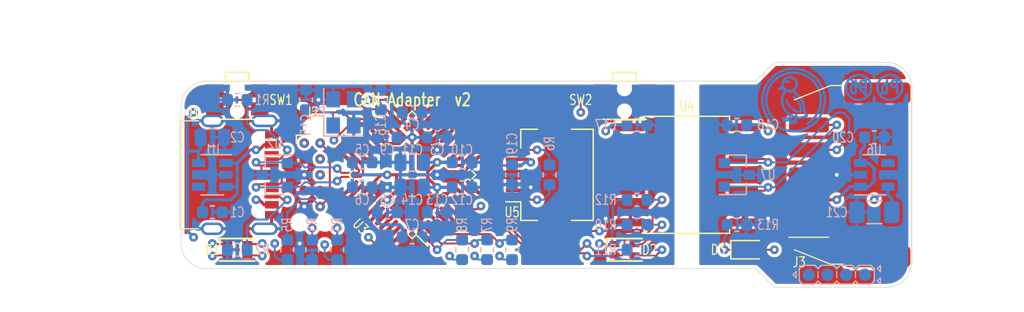
<source format=kicad_pcb>
(kicad_pcb (version 20171130) (host pcbnew "(5.1.0)-1")
  (layers (0 F.Cu signal) (1 In1.Cu power) (2 In2.Cu power) (31 B.Cu signal) (34 B.Paste user) (35 F.Paste user) (36 B.SilkS user) (37 F.SilkS user) (38 B.Mask user) (39 F.Mask user) (44 Edge.Cuts user))
  (net 0 "")
  (net 1 gnd)
  (net 2 v3v3)
  (net 3 can_gnd)
  (net 4 can_vcan)
  (net 5 vusb)
  (net 6 mcu.digital_15)
  (net 7 led_can.res.a)
  (net 8 mcu.digital_16)
  (net 9 mcu.digital_18)
  (net 10 mcu.swd.swo)
  (net 11 mcu.digital_13)
  (net 12 rgb_usb.green)
  (net 13 rgb_usb.package.green_k)
  (net 14 rgb_usb.package.red_k)
  (net 15 crystal.crystal.a)
  (net 16 mcu.swd.swdio)
  (net 17 usb_net.d_P)
  (net 18 usb_net.d_N)
  (net 19 rgb_can.blue_res.a)
  (net 20 rgb_usb.package.blue_k)
  (net 21 rgb_can.red_res.a)
  (net 22 mcu.swd.swclk)
  (net 23 can_esd.can.canh)
  (net 24 lcd.led_res.b)
  (net 25 rgb_can.blue)
  (net 26 mcu.can_0.txd)
  (net 27 crystal.crystal.b)
  (net 28 can_reg.pwr_out)
  (net 29 rgb_can.package.green_k)
  (net 30 usb.port.B5)
  (net 31 usb.port.A5)
  (net 32 mcu.swd.reset)
  (net 33 can.differential.canl)
  (net 34 lcd.led)
  (net 35 mcu.digital_12)
  (net 36 rgb_can.green)
  (net 37 sw_usb.a)
  (net 38 sw_can.out)
  (net 39 mcu.can_0.rxd)
  (net 40 mcu.digital_17)
  (net 41 mcu.spi_1.mosi)
  (net 42 mcu.spi_1.sck)
  (module calisco:USB_C_Receptacle_BSC_A40-00119 (layer F.Cu) (at 148 56 270)
    (fp_text reference J1 (at -5 1.5) (layer F.SilkS) (effects (font (size 0.8 0.6) (thickness 0.1))))
    (fp_text value "COM-15111 (Sparkfun)")
    (pad "" np_thru_hole oval (at 2.89 -3.68 270) (size 0.65 0.65) (drill 0.65) (layers *.Cu *.Mask))
    (pad "" np_thru_hole oval (at -2.89 -3.68 270) (size 0.65 0.65) (drill 0.65) (layers *.Cu *.Mask))
    (pad S thru_hole oval (at -4.32 0 270) (size 1 1.8) (drill oval 0.6 1.4) (layers *.Cu *.Mask) (net 1 gnd))
    (pad S thru_hole oval (at 4.32 0 270) (size 1 1.8) (drill oval 0.6 1.4) (layers *.Cu *.Mask) (net 1 gnd))
    (pad S thru_hole oval (at -4.32 -4.18 270) (size 1 2.1) (drill oval 0.6 1.7) (layers *.Cu *.Mask) (net 1 gnd))
    (pad S thru_hole oval (at 4.32 -4.18 270) (size 1 2.1) (drill oval 0.6 1.7) (layers *.Cu *.Mask) (net 1 gnd))
    (pad A1B12 smd rect (at -3.2 -4.77 270) (size 0.6 1.1) (layers F.Cu F.Paste F.Mask) (net 1 gnd))
    (pad A4B9 smd rect (at -2.4 -4.77 270) (size 0.6 1.1) (layers F.Cu F.Paste F.Mask) (net 5 vusb))
    (pad B1A12 smd rect (at 3.2 -4.77 270) (size 0.6 1.1) (layers F.Cu F.Paste F.Mask) (net 1 gnd))
    (pad B4A9 smd rect (at 2.4 -4.77 270) (size 0.6 1.1) (layers F.Cu F.Paste F.Mask) (net 5 vusb))
    (pad B8 smd rect (at -1.75 -4.745 270) (size 0.3 1.15) (layers F.Cu F.Paste F.Mask))
    (pad B5 smd rect (at 1.75 -4.745 270) (size 0.3 1.15) (layers F.Cu F.Paste F.Mask) (net 30 usb.port.B5))
    (pad B6 smd rect (at 0.75 -4.745 270) (size 0.3 1.15) (layers F.Cu F.Paste F.Mask) (net 17 usb_net.d_P))
    (pad A6 smd rect (at -0.25 -4.745 270) (size 0.3 1.15) (layers F.Cu F.Paste F.Mask) (net 17 usb_net.d_P))
    (pad A5 smd rect (at -1.25 -4.745 270) (size 0.3 1.15) (layers F.Cu F.Paste F.Mask) (net 31 usb.port.A5))
    (pad A8 smd rect (at 1.25 -4.745 270) (size 0.3 1.15) (layers F.Cu F.Paste F.Mask))
    (pad A7 smd rect (at 0.25 -4.745 270) (size 0.3 1.15) (layers F.Cu F.Paste F.Mask) (net 18 usb_net.d_N))
    (pad B7 smd rect (at -0.75 -4.745 270) (size 0.3 1.15) (layers F.Cu F.Paste F.Mask) (net 18 usb_net.d_N))
  )
  (module Package_TO_SOT_SMD:SOT-23-5 (layer B.Cu) (at 201 56)
    (fp_text reference U6 (at 0 -2) (layer B.SilkS) (effects (font (size 0.8 0.6) (thickness 0.1)) (justify mirror)))
    (fp_text value "AP2204K-5.0 (Diodes Incorporated)")
    (pad 1 smd rect (at -1.1 0.95) (size 1.06 0.65) (layers B.Cu B.Paste B.Mask) (net 4 can_vcan))
    (pad 2 smd rect (at -1.1 0) (size 1.06 0.65) (layers B.Cu B.Paste B.Mask) (net 3 can_gnd))
    (pad 3 smd rect (at -1.1 -0.95) (size 1.06 0.65) (layers B.Cu B.Paste B.Mask) (net 4 can_vcan))
    (pad 4 smd rect (at 1.1 -0.95) (size 1.06 0.65) (layers B.Cu B.Paste B.Mask))
    (pad 5 smd rect (at 1.1 0.95) (size 1.06 0.65) (layers B.Cu B.Paste B.Mask) (net 28 can_reg.pwr_out))
  )
  (module Capacitor_SMD:C_0603_1608Metric (layer B.Cu) (at 201 53)
    (fp_text reference C20 (at -2.5 0) (layer B.SilkS) (effects (font (size 0.8 0.6) (thickness 0.1)) (justify mirror)))
    (fp_text value "CL10A105KA8NNNC (Samsung Electro-Mechanics) - 1µF, 25V")
    (pad 1 smd roundrect (at -0.7875 0) (size 0.875 0.95) (layers B.Cu B.Paste B.Mask) (net 4 can_vcan))
    (pad 2 smd roundrect (at 0.7875 0) (size 0.875 0.95) (layers B.Cu B.Paste B.Mask) (net 3 can_gnd))
  )
  (module Capacitor_SMD:C_0603_1608Metric (layer B.Cu) (at 155.5 50 90)
    (fp_text reference C15 (at -2 0 90) (layer B.SilkS) (effects (font (size 0.8 0.6) (thickness 0.1)) (justify mirror)))
    (fp_text value "CC0603GRNPO9BN180 (Yageo) - 18pF, 50V")
    (pad 2 smd roundrect (at 0.7875 0 90) (size 0.875 0.95) (layers B.Cu B.Paste B.Mask) (net 1 gnd))
    (pad 1 smd roundrect (at -0.7875 0 90) (size 0.875 0.95) (layers B.Cu B.Paste B.Mask) (net 15 crystal.crystal.a))
  )
  (module Capacitor_SMD:C_0603_1608Metric (layer B.Cu) (at 161.5 50 90)
    (fp_text reference C16 (at -2 0 90) (layer B.SilkS) (effects (font (size 0.8 0.6) (thickness 0.1)) (justify mirror)))
    (fp_text value "CC0603GRNPO9BN180 (Yageo) - 18pF, 50V")
    (pad 1 smd roundrect (at -0.7875 0 90) (size 0.875 0.95) (layers B.Cu B.Paste B.Mask) (net 27 crystal.crystal.b))
    (pad 2 smd roundrect (at 0.7875 0 90) (size 0.875 0.95) (layers B.Cu B.Paste B.Mask) (net 1 gnd))
  )
  (module Oscillator:Oscillator_SMD_Abracon_ASE-4Pin_3.2x2.5mm (layer B.Cu) (at 158.5 51 90)
    (fp_text reference X1 (at 0 -2 90) (layer B.SilkS) (effects (font (size 0.8 0.6) (thickness 0.1)) (justify mirror)))
    (fp_text value "7V-12.000MAHE-T (TXC)")
    (pad 1 smd rect (at -1.05 -0.825 90) (size 1.3 1.1) (layers B.Cu B.Paste B.Mask) (net 15 crystal.crystal.a))
    (pad 2 smd rect (at 1.05 -0.825 90) (size 1.3 1.1) (layers B.Cu B.Paste B.Mask) (net 1 gnd))
    (pad 3 smd rect (at 1.05 0.825 90) (size 1.3 1.1) (layers B.Cu B.Paste B.Mask) (net 27 crystal.crystal.b))
    (pad 4 smd rect (at -1.05 0.825 90) (size 1.3 1.1) (layers B.Cu B.Paste B.Mask) (net 1 gnd))
  )
  (module Connector_FFC-FPC:Hirose_FH12-8S-0.5SH_1x08-1MP_P0.50mm_Horizontal (layer F.Cu) (at 174 56 90)
    (fp_text reference U5 (at -3 -2 180) (layer F.SilkS) (effects (font (size 0.8 0.6) (thickness 0.1))))
    (fp_text value "QT096T_IF09, FH12-8S-0.5SH(55)")
    (pad MP smd rect (at 3.65 1.4 90) (size 1.8 2.2) (layers F.Cu F.Paste F.Mask))
    (pad MP smd rect (at -3.65 1.4 90) (size 1.8 2.2) (layers F.Cu F.Paste F.Mask))
    (pad 1 smd rect (at -1.75 -1.85 90) (size 0.3 1.3) (layers F.Cu F.Paste F.Mask) (net 24 lcd.led_res.b))
    (pad 2 smd rect (at -1.25 -1.85 90) (size 0.3 1.3) (layers F.Cu F.Paste F.Mask) (net 1 gnd))
    (pad 3 smd rect (at -0.75 -1.85 90) (size 0.3 1.3) (layers F.Cu F.Paste F.Mask) (net 9 mcu.digital_18))
    (pad 4 smd rect (at -0.25 -1.85 90) (size 0.3 1.3) (layers F.Cu F.Paste F.Mask) (net 40 mcu.digital_17))
    (pad 5 smd rect (at 0.25 -1.85 90) (size 0.3 1.3) (layers F.Cu F.Paste F.Mask) (net 41 mcu.spi_1.mosi))
    (pad 6 smd rect (at 0.75 -1.85 90) (size 0.3 1.3) (layers F.Cu F.Paste F.Mask) (net 42 mcu.spi_1.sck))
    (pad 7 smd rect (at 1.25 -1.85 90) (size 0.3 1.3) (layers F.Cu F.Paste F.Mask) (net 2 v3v3))
    (pad 8 smd rect (at 1.75 -1.85 90) (size 0.3 1.3) (layers F.Cu F.Paste F.Mask) (net 8 mcu.digital_16))
  )
  (module Resistor_SMD:R_0603_1608Metric (layer B.Cu) (at 175 56 270)
    (fp_text reference R6 (at -2.5 0 270) (layer B.SilkS) (effects (font (size 0.8 0.6) (thickness 0.1)) (justify mirror)))
    (fp_text value "100, 1%, 0.1W")
    (pad 2 smd roundrect (at 0.7875 0 270) (size 0.875 0.95) (layers B.Cu B.Paste B.Mask) (net 24 lcd.led_res.b))
    (pad 1 smd roundrect (at -0.7875 0 270) (size 0.875 0.95) (layers B.Cu B.Paste B.Mask) (net 34 lcd.led))
  )
  (module LED_SMD:LED_0603_1608Metric (layer F.Cu) (at 191 62)
    (fp_text reference D3 (at -2.5 0) (layer F.SilkS) (effects (font (size 0.8 0.6) (thickness 0.1))))
    (fp_text value LED)
    (pad 1 smd roundrect (at -0.7875 0) (size 0.875 0.95) (layers F.Cu F.Paste F.Mask) (net 7 led_can.res.a))
    (pad 2 smd roundrect (at 0.7875 0) (size 0.875 0.95) (layers F.Cu F.Paste F.Mask) (net 28 can_reg.pwr_out))
  )
  (module Resistor_SMD:R_0603_1608Metric (layer B.Cu) (at 190 60)
    (fp_text reference R13 (at 2.5 0) (layer B.SilkS) (effects (font (size 0.8 0.6) (thickness 0.1)) (justify mirror)))
    (fp_text value "1k, 1%, 0.1W")
    (pad 1 smd roundrect (at -0.7875 0) (size 0.875 0.95) (layers B.Cu B.Paste B.Mask) (net 7 led_can.res.a))
    (pad 2 smd roundrect (at 0.7875 0) (size 0.875 0.95) (layers B.Cu B.Paste B.Mask) (net 3 can_gnd))
  )
  (module Package_QFP:LQFP-48_7x7mm_P0.5mm (layer F.Cu) (at 164 56 135)
    (fp_text reference U3 (at 0 -5.85 135) (layer F.SilkS) (effects (font (size 0.8 0.6) (thickness 0.1))))
    (fp_text value "LPC1549JBD48 (NXP)")
    (pad 1 smd roundrect (at -4.1625 -2.75 135) (size 1.475 0.3) (layers F.Cu F.Paste F.Mask) (net 12 rgb_usb.green))
    (pad 2 smd roundrect (at -4.1625 -2.25 135) (size 1.475 0.3) (layers F.Cu F.Paste F.Mask) (net 6 mcu.digital_15))
    (pad 3 smd roundrect (at -4.1625 -1.75 135) (size 1.475 0.3) (layers F.Cu F.Paste F.Mask) (net 11 mcu.digital_13))
    (pad 4 smd roundrect (at -4.1625 -1.25 135) (size 1.475 0.3) (layers F.Cu F.Paste F.Mask) (net 36 rgb_can.green))
    (pad 5 smd roundrect (at -4.1625 -0.75 135) (size 1.475 0.3) (layers F.Cu F.Paste F.Mask))
    (pad 6 smd roundrect (at -4.1625 -0.25 135) (size 1.475 0.3) (layers F.Cu F.Paste F.Mask) (net 35 mcu.digital_12))
    (pad 7 smd roundrect (at -4.1625 0.25 135) (size 1.475 0.3) (layers F.Cu F.Paste F.Mask) (net 25 rgb_can.blue))
    (pad 8 smd roundrect (at -4.1625 0.75 135) (size 1.475 0.3) (layers F.Cu F.Paste F.Mask) (net 26 mcu.can_0.txd))
    (pad 9 smd roundrect (at -4.1625 1.25 135) (size 1.475 0.3) (layers F.Cu F.Paste F.Mask) (net 10 mcu.swd.swo))
    (pad 10 smd roundrect (at -4.1625 1.75 135) (size 1.475 0.3) (layers F.Cu F.Paste F.Mask) (net 2 v3v3))
    (pad 11 smd roundrect (at -4.1625 2.25 135) (size 1.475 0.3) (layers F.Cu F.Paste F.Mask) (net 1 gnd))
    (pad 12 smd roundrect (at -4.1625 2.75 135) (size 1.475 0.3) (layers F.Cu F.Paste F.Mask) (net 39 mcu.can_0.rxd))
    (pad 13 smd roundrect (at -2.75 4.1625 135) (size 0.3 1.475) (layers F.Cu F.Paste F.Mask) (net 9 mcu.digital_18))
    (pad 14 smd roundrect (at -2.25 4.1625 135) (size 0.3 1.475) (layers F.Cu F.Paste F.Mask) (net 2 v3v3))
    (pad 15 smd roundrect (at -1.75 4.1625 135) (size 0.3 1.475) (layers F.Cu F.Paste F.Mask) (net 40 mcu.digital_17))
    (pad 16 smd roundrect (at -1.25 4.1625 135) (size 0.3 1.475) (layers F.Cu F.Paste F.Mask) (net 2 v3v3))
    (pad 17 smd roundrect (at -0.75 4.1625 135) (size 0.3 1.475) (layers F.Cu F.Paste F.Mask) (net 1 gnd))
    (pad 18 smd roundrect (at -0.25 4.1625 135) (size 0.3 1.475) (layers F.Cu F.Paste F.Mask) (net 41 mcu.spi_1.mosi))
    (pad 19 smd roundrect (at 0.25 4.1625 135) (size 0.3 1.475) (layers F.Cu F.Paste F.Mask))
    (pad 20 smd roundrect (at 0.75 4.1625 135) (size 0.3 1.475) (layers F.Cu F.Paste F.Mask) (net 1 gnd))
    (pad 21 smd roundrect (at 1.25 4.1625 135) (size 0.3 1.475) (layers F.Cu F.Paste F.Mask) (net 42 mcu.spi_1.sck))
    (pad 22 smd roundrect (at 1.75 4.1625 135) (size 0.3 1.475) (layers F.Cu F.Paste F.Mask) (net 8 mcu.digital_16))
    (pad 23 smd roundrect (at 2.25 4.1625 135) (size 0.3 1.475) (layers F.Cu F.Paste F.Mask) (net 34 lcd.led))
    (pad 24 smd roundrect (at 2.75 4.1625 135) (size 0.3 1.475) (layers F.Cu F.Paste F.Mask))
    (pad 25 smd roundrect (at 4.1625 2.75 135) (size 1.475 0.3) (layers F.Cu F.Paste F.Mask) (net 27 crystal.crystal.b))
    (pad 26 smd roundrect (at 4.1625 2.25 135) (size 1.475 0.3) (layers F.Cu F.Paste F.Mask) (net 15 crystal.crystal.a))
    (pad 27 smd roundrect (at 4.1625 1.75 135) (size 1.475 0.3) (layers F.Cu F.Paste F.Mask) (net 2 v3v3))
    (pad 28 smd roundrect (at 4.1625 1.25 135) (size 1.475 0.3) (layers F.Cu F.Paste F.Mask) (net 37 sw_usb.a))
    (pad 29 smd roundrect (at 4.1625 0.75 135) (size 1.475 0.3) (layers F.Cu F.Paste F.Mask) (net 22 mcu.swd.swclk))
    (pad 30 smd roundrect (at 4.1625 0.25 135) (size 1.475 0.3) (layers F.Cu F.Paste F.Mask) (net 2 v3v3))
    (pad 31 smd roundrect (at 4.1625 -0.25 135) (size 1.475 0.3) (layers F.Cu F.Paste F.Mask))
    (pad 32 smd roundrect (at 4.1625 -0.75 135) (size 1.475 0.3) (layers F.Cu F.Paste F.Mask))
    (pad 33 smd roundrect (at 4.1625 -1.25 135) (size 1.475 0.3) (layers F.Cu F.Paste F.Mask) (net 16 mcu.swd.swdio))
    (pad 34 smd roundrect (at 4.1625 -1.75 135) (size 1.475 0.3) (layers F.Cu F.Paste F.Mask) (net 32 mcu.swd.reset))
    (pad 35 smd roundrect (at 4.1625 -2.25 135) (size 1.475 0.3) (layers F.Cu F.Paste F.Mask) (net 17 usb_net.d_P))
    (pad 36 smd roundrect (at 4.1625 -2.75 135) (size 1.475 0.3) (layers F.Cu F.Paste F.Mask) (net 18 usb_net.d_N))
    (pad 37 smd roundrect (at 2.75 -4.1625 135) (size 0.3 1.475) (layers F.Cu F.Paste F.Mask))
    (pad 38 smd roundrect (at 2.25 -4.1625 135) (size 0.3 1.475) (layers F.Cu F.Paste F.Mask))
    (pad 39 smd roundrect (at 1.75 -4.1625 135) (size 0.3 1.475) (layers F.Cu F.Paste F.Mask) (net 2 v3v3))
    (pad 40 smd roundrect (at 1.25 -4.1625 135) (size 0.3 1.475) (layers F.Cu F.Paste F.Mask) (net 1 gnd))
    (pad 41 smd roundrect (at 0.75 -4.1625 135) (size 0.3 1.475) (layers F.Cu F.Paste F.Mask) (net 1 gnd))
    (pad 42 smd roundrect (at 0.25 -4.1625 135) (size 0.3 1.475) (layers F.Cu F.Paste F.Mask) (net 2 v3v3))
    (pad 43 smd roundrect (at -0.25 -4.1625 135) (size 0.3 1.475) (layers F.Cu F.Paste F.Mask))
    (pad 44 smd roundrect (at -0.75 -4.1625 135) (size 0.3 1.475) (layers F.Cu F.Paste F.Mask))
    (pad 45 smd roundrect (at -1.25 -4.1625 135) (size 0.3 1.475) (layers F.Cu F.Paste F.Mask))
    (pad 46 smd roundrect (at -1.75 -4.1625 135) (size 0.3 1.475) (layers F.Cu F.Paste F.Mask))
    (pad 47 smd roundrect (at -2.25 -4.1625 135) (size 0.3 1.475) (layers F.Cu F.Paste F.Mask))
    (pad 48 smd roundrect (at -2.75 -4.1625 135) (size 0.3 1.475) (layers F.Cu F.Paste F.Mask) (net 38 sw_can.out))
  )
  (module Capacitor_SMD:C_0603_1608Metric (layer B.Cu) (at 166 53)
    (fp_text reference C3 (at 0 1) (layer B.SilkS) (effects (font (size 0.8 0.6) (thickness 0.1)) (justify mirror)))
    (fp_text value "CL10B104KB8NNNC (Samsung Electro-Mechanics) - 0.1µF, 50V")
    (pad 1 smd roundrect (at -0.7875 0) (size 0.875 0.95) (layers B.Cu B.Paste B.Mask) (net 2 v3v3))
    (pad 2 smd roundrect (at 0.7875 0) (size 0.875 0.95) (layers B.Cu B.Paste B.Mask) (net 1 gnd))
  )
  (module Capacitor_SMD:C_0603_1608Metric (layer B.Cu) (at 164 51)
    (fp_text reference C4 (at 0 1) (layer B.SilkS) (effects (font (size 0.8 0.6) (thickness 0.1)) (justify mirror)))
    (fp_text value "CL10B103KB8NNNC (Samsung Electro-Mechanics) - 10000pF, 50V")
    (pad 2 smd roundrect (at 0.7875 0) (size 0.875 0.95) (layers B.Cu B.Paste B.Mask) (net 1 gnd))
    (pad 1 smd roundrect (at -0.7875 0) (size 0.875 0.95) (layers B.Cu B.Paste B.Mask) (net 2 v3v3))
  )
  (module Capacitor_SMD:C_0603_1608Metric (layer B.Cu) (at 160 55)
    (fp_text reference C5 (at 0 -1) (layer B.SilkS) (effects (font (size 0.8 0.6) (thickness 0.1)) (justify mirror)))
    (fp_text value "CL10B104KB8NNNC (Samsung Electro-Mechanics) - 0.1µF, 50V")
    (pad 1 smd roundrect (at -0.7875 0) (size 0.875 0.95) (layers B.Cu B.Paste B.Mask) (net 2 v3v3))
    (pad 2 smd roundrect (at 0.7875 0) (size 0.875 0.95) (layers B.Cu B.Paste B.Mask) (net 1 gnd))
  )
  (module Capacitor_SMD:C_0603_1608Metric (layer B.Cu) (at 160 57)
    (fp_text reference C6 (at 0 1) (layer B.SilkS) (effects (font (size 0.8 0.6) (thickness 0.1)) (justify mirror)))
    (fp_text value "CL10B103KB8NNNC (Samsung Electro-Mechanics) - 10000pF, 50V")
    (pad 1 smd roundrect (at -0.7875 0) (size 0.875 0.95) (layers B.Cu B.Paste B.Mask) (net 2 v3v3))
    (pad 2 smd roundrect (at 0.7875 0) (size 0.875 0.95) (layers B.Cu B.Paste B.Mask) (net 1 gnd))
  )
  (module Capacitor_SMD:C_0603_1608Metric (layer B.Cu) (at 164 61)
    (fp_text reference C7 (at 0 -1) (layer B.SilkS) (effects (font (size 0.8 0.6) (thickness 0.1)) (justify mirror)))
    (fp_text value "CL10B104KB8NNNC (Samsung Electro-Mechanics) - 0.1µF, 50V")
    (pad 2 smd roundrect (at 0.7875 0) (size 0.875 0.95) (layers B.Cu B.Paste B.Mask) (net 1 gnd))
    (pad 1 smd roundrect (at -0.7875 0) (size 0.875 0.95) (layers B.Cu B.Paste B.Mask) (net 2 v3v3))
  )
  (module Capacitor_SMD:C_0603_1608Metric (layer B.Cu) (at 162 59)
    (fp_text reference C8 (at 0 -1) (layer B.SilkS) (effects (font (size 0.8 0.6) (thickness 0.1)) (justify mirror)))
    (fp_text value "CL10B103KB8NNNC (Samsung Electro-Mechanics) - 10000pF, 50V")
    (pad 2 smd roundrect (at 0.7875 0) (size 0.875 0.95) (layers B.Cu B.Paste B.Mask) (net 1 gnd))
    (pad 1 smd roundrect (at -0.7875 0) (size 0.875 0.95) (layers B.Cu B.Paste B.Mask) (net 2 v3v3))
  )
  (module Capacitor_SMD:C_0603_1608Metric (layer B.Cu) (at 168 55)
    (fp_text reference C10 (at 0 -1) (layer B.SilkS) (effects (font (size 0.8 0.6) (thickness 0.1)) (justify mirror)))
    (fp_text value "CL10B104KB8NNNC (Samsung Electro-Mechanics) - 0.1µF, 50V")
    (pad 1 smd roundrect (at -0.7875 0) (size 0.875 0.95) (layers B.Cu B.Paste B.Mask) (net 2 v3v3))
    (pad 2 smd roundrect (at 0.7875 0) (size 0.875 0.95) (layers B.Cu B.Paste B.Mask) (net 1 gnd))
  )
  (module Capacitor_SMD:C_0805_2012Metric (layer B.Cu) (at 164 55 180)
    (fp_text reference C11 (at 0 1 180) (layer B.SilkS) (effects (font (size 0.8 0.6) (thickness 0.1)) (justify mirror)))
    (fp_text value "CL21A106KPFNNNE (Samsung Electro-Mechanics) - 10µF, 10V")
    (pad 1 smd roundrect (at -0.9375 0 180) (size 0.975 1.4) (layers B.Cu B.Paste B.Mask) (net 2 v3v3))
    (pad 2 smd roundrect (at 0.9375 0 180) (size 0.975 1.4) (layers B.Cu B.Paste B.Mask) (net 1 gnd))
  )
  (module Resistor_SMD:R_0603_1608Metric (layer B.Cu) (at 154 62 90)
    (fp_text reference R5 (at 2 0 90) (layer B.SilkS) (effects (font (size 0.8 0.6) (thickness 0.1)) (justify mirror)))
    (fp_text value "10k, 1%, 0.1W")
    (pad 2 smd roundrect (at 0.7875 0 90) (size 0.875 0.95) (layers B.Cu B.Paste B.Mask) (net 32 mcu.swd.reset))
    (pad 1 smd roundrect (at -0.7875 0 90) (size 0.875 0.95) (layers B.Cu B.Paste B.Mask) (net 2 v3v3))
  )
  (module Resistor_SMD:R_0603_1608Metric (layer B.Cu) (at 156 62 90)
    (fp_text reference R4 (at 2 0 90) (layer B.SilkS) (effects (font (size 0.8 0.6) (thickness 0.1)) (justify mirror)))
    (fp_text value "10k, 1%, 0.1W")
    (pad 1 smd roundrect (at -0.7875 0 90) (size 0.875 0.95) (layers B.Cu B.Paste B.Mask) (net 1 gnd))
    (pad 2 smd roundrect (at 0.7875 0 90) (size 0.875 0.95) (layers B.Cu B.Paste B.Mask) (net 22 mcu.swd.swclk))
  )
  (module Resistor_SMD:R_0603_1608Metric (layer B.Cu) (at 158 62 90)
    (fp_text reference R3 (at 2 0 -90) (layer B.SilkS) (effects (font (size 0.8 0.6) (thickness 0.1)) (justify mirror)))
    (fp_text value "10k, 1%, 0.1W")
    (pad 1 smd roundrect (at -0.7875 0 90) (size 0.875 0.95) (layers B.Cu B.Paste B.Mask) (net 2 v3v3))
    (pad 2 smd roundrect (at 0.7875 0 90) (size 0.875 0.95) (layers B.Cu B.Paste B.Mask) (net 16 mcu.swd.swdio))
  )
  (module Capacitor_SMD:C_0603_1608Metric (layer B.Cu) (at 162 53 180)
    (fp_text reference C9 (at 0 -1 180) (layer B.SilkS) (effects (font (size 0.8 0.6) (thickness 0.1)) (justify mirror)))
    (fp_text value "CL10B104KB8NNNC (Samsung Electro-Mechanics) - 0.1µF, 50V")
    (pad 2 smd roundrect (at 0.7875 0 180) (size 0.875 0.95) (layers B.Cu B.Paste B.Mask) (net 1 gnd))
    (pad 1 smd roundrect (at -0.7875 0 180) (size 0.875 0.95) (layers B.Cu B.Paste B.Mask) (net 2 v3v3))
  )
  (module Capacitor_SMD:C_0603_1608Metric (layer B.Cu) (at 168 57)
    (fp_text reference C12 (at 0 1 -180) (layer B.SilkS) (effects (font (size 0.8 0.6) (thickness 0.1)) (justify mirror)))
    (fp_text value "CL10B104KB8NNNC (Samsung Electro-Mechanics) - 0.1µF, 50V")
    (pad 1 smd roundrect (at -0.7875 0) (size 0.875 0.95) (layers B.Cu B.Paste B.Mask) (net 2 v3v3))
    (pad 2 smd roundrect (at 0.7875 0) (size 0.875 0.95) (layers B.Cu B.Paste B.Mask) (net 1 gnd))
  )
  (module Capacitor_SMD:C_0603_1608Metric (layer B.Cu) (at 166 59)
    (fp_text reference C13 (at 0 -1) (layer B.SilkS) (effects (font (size 0.8 0.6) (thickness 0.1)) (justify mirror)))
    (fp_text value "CL10B104KB8NNNC (Samsung Electro-Mechanics) - 0.1µF, 50V")
    (pad 2 smd roundrect (at 0.7875 0) (size 0.875 0.95) (layers B.Cu B.Paste B.Mask) (net 1 gnd))
    (pad 1 smd roundrect (at -0.7875 0) (size 0.875 0.95) (layers B.Cu B.Paste B.Mask) (net 2 v3v3))
  )
  (module Capacitor_SMD:C_0805_2012Metric (layer B.Cu) (at 164 57 180)
    (fp_text reference C14 (at 0 -1 180) (layer B.SilkS) (effects (font (size 0.8 0.6) (thickness 0.1)) (justify mirror)))
    (fp_text value "CL21A106KPFNNNE (Samsung Electro-Mechanics) - 10µF, 10V")
    (pad 2 smd roundrect (at 0.9375 0 180) (size 0.975 1.4) (layers B.Cu B.Paste B.Mask) (net 1 gnd))
    (pad 1 smd roundrect (at -0.9375 0 180) (size 0.975 1.4) (layers B.Cu B.Paste B.Mask) (net 2 v3v3))
  )
  (module Resistor_SMD:R_0603_1608Metric (layer B.Cu) (at 182 58 180)
    (fp_text reference R12 (at 2.5 0 180) (layer B.SilkS) (effects (font (size 0.8 0.6) (thickness 0.1)) (justify mirror)))
    (fp_text value "1k, 1%, 0.1W")
    (pad 1 smd roundrect (at -0.7875 0 180) (size 0.875 0.95) (layers B.Cu B.Paste B.Mask) (net 19 rgb_can.blue_res.a))
    (pad 2 smd roundrect (at 0.7875 0 180) (size 0.875 0.95) (layers B.Cu B.Paste B.Mask) (net 25 rgb_can.blue))
  )
  (module Resistor_SMD:R_0603_1608Metric (layer B.Cu) (at 182 62 180)
    (fp_text reference R11 (at 2.5 0 180) (layer B.SilkS) (effects (font (size 0.8 0.6) (thickness 0.1)) (justify mirror)))
    (fp_text value "1k, 1%, 0.1W")
    (pad 2 smd roundrect (at 0.7875 0 180) (size 0.875 0.95) (layers B.Cu B.Paste B.Mask) (net 36 rgb_can.green))
    (pad 1 smd roundrect (at -0.7875 0 180) (size 0.875 0.95) (layers B.Cu B.Paste B.Mask) (net 29 rgb_can.package.green_k))
  )
  (module Resistor_SMD:R_0603_1608Metric (layer B.Cu) (at 182 60 180)
    (fp_text reference R10 (at 2.5 0 180) (layer B.SilkS) (effects (font (size 0.8 0.6) (thickness 0.1)) (justify mirror)))
    (fp_text value "1k, 1%, 0.1W")
    (pad 2 smd roundrect (at 0.7875 0 180) (size 0.875 0.95) (layers B.Cu B.Paste B.Mask) (net 35 mcu.digital_12))
    (pad 1 smd roundrect (at -0.7875 0 180) (size 0.875 0.95) (layers B.Cu B.Paste B.Mask) (net 21 rgb_can.red_res.a))
  )
  (module Resistor_SMD:R_0603_1608Metric (layer B.Cu) (at 172 62 90)
    (fp_text reference R9 (at 2 0 90) (layer B.SilkS) (effects (font (size 0.8 0.6) (thickness 0.1)) (justify mirror)))
    (fp_text value "1k, 1%, 0.1W")
    (pad 1 smd roundrect (at -0.7875 0 90) (size 0.875 0.95) (layers B.Cu B.Paste B.Mask) (net 20 rgb_usb.package.blue_k))
    (pad 2 smd roundrect (at 0.7875 0 90) (size 0.875 0.95) (layers B.Cu B.Paste B.Mask) (net 11 mcu.digital_13))
  )
  (module Resistor_SMD:R_0603_1608Metric (layer B.Cu) (at 168 62 90)
    (fp_text reference R8 (at 2 0 90) (layer B.SilkS) (effects (font (size 0.8 0.6) (thickness 0.1)) (justify mirror)))
    (fp_text value "1k, 1%, 0.1W")
    (pad 2 smd roundrect (at 0.7875 0 90) (size 0.875 0.95) (layers B.Cu B.Paste B.Mask) (net 12 rgb_usb.green))
    (pad 1 smd roundrect (at -0.7875 0 90) (size 0.875 0.95) (layers B.Cu B.Paste B.Mask) (net 13 rgb_usb.package.green_k))
  )
  (module Resistor_SMD:R_0603_1608Metric (layer B.Cu) (at 170 62 90)
    (fp_text reference R7 (at 2 0 90) (layer B.SilkS) (effects (font (size 0.8 0.6) (thickness 0.1)) (justify mirror)))
    (fp_text value "1k, 1%, 0.1W")
    (pad 1 smd roundrect (at -0.7875 0 90) (size 0.875 0.95) (layers B.Cu B.Paste B.Mask) (net 14 rgb_usb.package.red_k))
    (pad 2 smd roundrect (at 0.7875 0 90) (size 0.875 0.95) (layers B.Cu B.Paste B.Mask) (net 6 mcu.digital_15))
  )
  (module Package_TO_SOT_SMD:SOT-23-5 (layer B.Cu) (at 148 56 180)
    (fp_text reference U1 (at 0 2 180) (layer B.SilkS) (effects (font (size 0.8 0.6) (thickness 0.1)) (justify mirror)))
    (fp_text value "AP2204K-3.3 (Diodes Incorporated)")
    (pad 5 smd rect (at 1.1 0.95 180) (size 1.06 0.65) (layers B.Cu B.Paste B.Mask) (net 2 v3v3))
    (pad 4 smd rect (at 1.1 -0.95 180) (size 1.06 0.65) (layers B.Cu B.Paste B.Mask))
    (pad 3 smd rect (at -1.1 -0.95 180) (size 1.06 0.65) (layers B.Cu B.Paste B.Mask) (net 5 vusb))
    (pad 2 smd rect (at -1.1 0 180) (size 1.06 0.65) (layers B.Cu B.Paste B.Mask) (net 1 gnd))
    (pad 1 smd rect (at -1.1 0.95 180) (size 1.06 0.65) (layers B.Cu B.Paste B.Mask) (net 5 vusb))
  )
  (module Capacitor_SMD:C_0603_1608Metric (layer B.Cu) (at 148 59)
    (fp_text reference C1 (at 2 0) (layer B.SilkS) (effects (font (size 0.8 0.6) (thickness 0.1)) (justify mirror)))
    (fp_text value "CL10A105KP8NNNC (Samsung Electro-Mechanics) - 1µF, 10V")
    (pad 2 smd roundrect (at 0.7875 0) (size 0.875 0.95) (layers B.Cu B.Paste B.Mask) (net 1 gnd))
    (pad 1 smd roundrect (at -0.7875 0) (size 0.875 0.95) (layers B.Cu B.Paste B.Mask) (net 5 vusb))
  )
  (module Capacitor_SMD:C_0805_2012Metric (layer B.Cu) (at 148 53)
    (fp_text reference C2 (at 2 0) (layer B.SilkS) (effects (font (size 0.8 0.6) (thickness 0.1)) (justify mirror)))
    (fp_text value "CL21B225KPFNNNE (Samsung Electro-Mechanics) - 2.2µF, 10V")
    (pad 1 smd roundrect (at -0.9375 0) (size 0.975 1.4) (layers B.Cu B.Paste B.Mask) (net 2 v3v3))
    (pad 2 smd roundrect (at 0.9375 0) (size 0.975 1.4) (layers B.Cu B.Paste B.Mask) (net 1 gnd))
  )
  (module Capacitor_SMD:C_0603_1608Metric (layer B.Cu) (at 190 52 180)
    (fp_text reference C18 (at -2.5 0 180) (layer B.SilkS) (effects (font (size 0.8 0.6) (thickness 0.1)) (justify mirror)))
    (fp_text value "CL10B104KB8NNNC (Samsung Electro-Mechanics) - 0.1µF, 50V")
    (pad 1 smd roundrect (at -0.7875 0 180) (size 0.875 0.95) (layers B.Cu B.Paste B.Mask) (net 28 can_reg.pwr_out))
    (pad 2 smd roundrect (at 0.7875 0 180) (size 0.875 0.95) (layers B.Cu B.Paste B.Mask) (net 3 can_gnd))
  )
  (module Package_SO:SOP-8_6.62x9.15mm_P2.54mm (layer F.Cu) (at 186 56)
    (fp_text reference U4 (at 0 -5.5) (layer F.SilkS) (effects (font (size 0.8 0.6) (thickness 0.1))))
    (fp_text value "ISO1050DUB (Texas Instruments)")
    (pad 1 smd roundrect (at -4.525 -3.81) (size 2.35 0.65) (layers F.Cu F.Paste F.Mask) (net 2 v3v3))
    (pad 2 smd roundrect (at -4.525 -1.27) (size 2.35 0.65) (layers F.Cu F.Paste F.Mask) (net 39 mcu.can_0.rxd))
    (pad 3 smd roundrect (at -4.525 1.27) (size 2.35 0.65) (layers F.Cu F.Paste F.Mask) (net 26 mcu.can_0.txd))
    (pad 4 smd roundrect (at -4.525 3.81) (size 2.35 0.65) (layers F.Cu F.Paste F.Mask) (net 1 gnd))
    (pad 5 smd roundrect (at 4.525 3.81) (size 2.35 0.65) (layers F.Cu F.Paste F.Mask) (net 3 can_gnd))
    (pad 6 smd roundrect (at 4.525 1.27) (size 2.35 0.65) (layers F.Cu F.Paste F.Mask) (net 33 can.differential.canl))
    (pad 7 smd roundrect (at 4.525 -1.27) (size 2.35 0.65) (layers F.Cu F.Paste F.Mask) (net 23 can_esd.can.canh))
    (pad 8 smd roundrect (at 4.525 -3.81) (size 2.35 0.65) (layers F.Cu F.Paste F.Mask) (net 28 can_reg.pwr_out))
  )
  (module Capacitor_SMD:C_0603_1608Metric (layer B.Cu) (at 182 52)
    (fp_text reference C17 (at -2.5 0) (layer B.SilkS) (effects (font (size 0.8 0.6) (thickness 0.1)) (justify mirror)))
    (fp_text value "CL10B104KB8NNNC (Samsung Electro-Mechanics) - 0.1µF, 50V")
    (pad 2 smd roundrect (at 0.7875 0) (size 0.875 0.95) (layers B.Cu B.Paste B.Mask) (net 1 gnd))
    (pad 1 smd roundrect (at -0.7875 0) (size 0.875 0.95) (layers B.Cu B.Paste B.Mask) (net 2 v3v3))
  )
  (module calisco:Symbol_Duckling (layer B.Cu) (at 194.540188 50 180)
    (fp_text reference U8 hide)
    (fp_text value Duck hide)
    (fp_arc (start 0.255376 -2.580879) (end 0.286757 -1.643905) (angle 31.9) (layer B.Cu) (width 0.16))
    (fp_arc (start 0.255376 -0.95693) (end -0.213243 -1.768905) (angle 31.9) (layer B.Cu) (width 0.16))
    (fp_arc (start -1.045869 1.397143) (end -0.303506 0.391461) (angle 23.07391807) (layer B.Cu) (width 0.2))
    (fp_arc (start 0.820058 -1.49895) (end 0.820058 -1.43645) (angle 180) (layer B.Cu) (width 0.16))
    (fp_arc (start 0.820058 -1.62395) (end 0.820058 -1.56145) (angle 180) (layer B.Cu) (width 0.16))
    (fp_line (start -0.51095 -1.424715) (end -0.201673 -1.39873) (layer B.Cu) (width 0.2))
    (fp_line (start -1.072198 -1.25) (end -0.807277 -1.374087) (layer B.Cu) (width 0.2))
    (fp_line (start -0.201673 -1.39873) (end 0.101295 -1.297751) (layer B.Cu) (width 0.2))
    (fp_line (start 0.101295 -1.297751) (end 0.379085 -1.128065) (layer B.Cu) (width 0.2))
    (fp_arc (start 0.438855 -0.614222) (end -0.303506 0.391461) (angle 50.50954913) (layer B.Cu) (width 0.2))
    (fp_arc (start -2.057586 -0.480902) (end -1.072198 -1.25) (angle 34.91520625) (layer B.Cu) (width 0.2))
    (fp_line (start -0.807277 -1.374087) (end -0.51095 -1.424715) (layer B.Cu) (width 0.2))
    (fp_line (start 0.379085 -1.128065) (end 0.614398 -0.900241) (layer B.Cu) (width 0.2))
    (fp_line (start 0.614398 -0.900241) (end 0.792579 -0.628467) (layer B.Cu) (width 0.2))
    (fp_line (start 0.937407 -0.022451) (end 0.895035 0.27405) (layer B.Cu) (width 0.2))
    (fp_line (start 0.895035 0.27405) (end 0.778054 0.54137) (layer B.Cu) (width 0.2))
    (fp_line (start 0.778054 0.54137) (end 0.59375 0.762861) (layer B.Cu) (width 0.2))
    (fp_arc (start 1.417814 1.468658) (end 0.869178 1.169286) (angle 38.9) (layer B.Cu) (width 0.16))
    (fp_line (start 0.792579 -0.628467) (end 0.902531 -0.329667) (layer B.Cu) (width 0.2))
    (fp_arc (start 0.666915 -0.805586) (end -0.013396 0.243068) (angle 64) (layer B.Cu) (width 0.16))
    (fp_arc (start 0.5 1.375) (end 0.62074 1.407352) (angle 150) (layer B.Cu) (width 0.16))
    (fp_arc (start 0.286757 -1.831405) (end 0.286757 -1.768905) (angle 180) (layer B.Cu) (width 0.16))
    (fp_circle (center 0.3125 1.25) (end 0.875 1.25) (layer B.Cu) (width 0.2))
    (fp_arc (start 1.002382 1.490866) (end 0.763205 0.913443) (angle 38.9) (layer B.Cu) (width 0.16))
    (fp_line (start 0.902531 -0.329667) (end 0.937407 -0.022451) (layer B.Cu) (width 0.2))
    (fp_arc (start 0.286757 -1.706405) (end 0.286757 -1.643905) (angle 180) (layer B.Cu) (width 0.16))
    (fp_arc (start -0.639602 0.290712) (end -0.573812 -0.957555) (angle 73.5) (layer B.Cu) (width 0.16))
    (fp_arc (start 0.788677 -0.749475) (end 0.320058 -1.56145) (angle 31.9) (layer B.Cu) (width 0.16))
    (fp_arc (start 0 0) (end 1.093749 -1.89443) (angle 300) (layer B.Cu) (width 0.2))
    (fp_arc (start 0.788677 -2.373424) (end 0.820058 -1.43645) (angle 31.9) (layer B.Cu) (width 0.16))
    (fp_line (start -0.150743 -1.768905) (end -0.2 -1.39571) (layer B.Cu) (width 0.2))
    (fp_circle (center 0 0) (end 2.5 0) (layer B.Cu) (width 0.2))
    (fp_line (start 0.382558 -1.56145) (end 0.273702 -1.202597) (layer B.Cu) (width 0.2))
    (fp_line (start -0.2 -1.39571) (end -0.212004 -1.146914) (layer B.Cu) (width 0.2))
  )
  (module calisco:Indicator_IdDots_4 (layer B.Cu) (at 198 64 180)
    (fp_text reference 2 hide)
    (fp_text value IdDots4)
    (fp_circle (center -2.25 0) (end -2 0) (layer B.Cu) (width 0.5))
    (fp_circle (center -0.75 0) (end -0.5 0) (layer B.Cu) (width 0.5))
    (fp_circle (center 0.75 0) (end 1 0) (layer B.Cu) (width 0.5))
    (fp_circle (center 2.25 0) (end 2.5 0) (layer B.Cu) (width 0.5))
  )
  (module calisco:Indicator_LeadFree (layer B.Cu) (at 201 49 180)
    (fp_text reference 1 hide)
    (fp_text value LeadFree hide)
    (fp_text user Pb (at 1.25 0 180) (layer B.Cu) (effects (font (size 1 0.8) (thickness 0.2)) (justify mirror)))
    (fp_line (start 0.6 -0.7) (end 1.9 0.7) (layer B.Cu) (width 0.2))
    (fp_circle (center -1.25 0) (end -0.25 0) (layer B.Cu) (width 0.2))
    (fp_text user Pb (at -1.25 0 180) (layer B.Cu) (effects (font (size 1 0.8) (thickness 0.2)) (justify mirror)))
    (fp_circle (center 1.25 0) (end 2.25 0) (layer B.Cu) (width 0.2))
    (fp_line (start -2.05 0.55) (end -1.8 0.55) (layer B.Cu) (width 0.2))
    (fp_line (start -0.8 -0.45) (end -0.4 -0.45) (layer B.Cu) (width 0.2))
  )
  (module calisco:LED_RGB_0606 (layer F.Cu) (at 181 62)
    (fp_text reference D2 (at 2 0) (layer F.SilkS) (effects (font (size 0.8 0.6) (thickness 0.1))))
    (fp_text value "EAST1616RGBB2 (Everlight Electronics Co Ltd)")
    (pad 4 smd rect (at 0.8 -0.45) (size 0.8 0.5) (layers F.Cu F.Paste F.Mask) (net 21 rgb_can.red_res.a))
    (pad 3 smd rect (at 0.8 0.45) (size 0.8 0.5) (layers F.Cu F.Paste F.Mask) (net 29 rgb_can.package.green_k))
    (pad 2 smd rect (at -0.8 0.45) (size 0.8 0.5) (layers F.Cu F.Paste F.Mask) (net 19 rgb_can.blue_res.a))
    (pad 1 smd rect (at -0.8 -0.45) (size 0.8 0.5) (layers F.Cu F.Paste F.Mask) (net 2 v3v3))
  )
  (module calisco:LED_RGB_0606 (layer F.Cu) (at 150 62)
    (fp_text reference D1 (at -2 0) (layer F.SilkS) (effects (font (size 0.8 0.6) (thickness 0.1))))
    (fp_text value "EAST1616RGBB2 (Everlight Electronics Co Ltd)")
    (pad 1 smd rect (at -0.8 -0.45) (size 0.8 0.5) (layers F.Cu F.Paste F.Mask) (net 2 v3v3))
    (pad 2 smd rect (at -0.8 0.45) (size 0.8 0.5) (layers F.Cu F.Paste F.Mask) (net 20 rgb_usb.package.blue_k))
    (pad 3 smd rect (at 0.8 0.45) (size 0.8 0.5) (layers F.Cu F.Paste F.Mask) (net 13 rgb_usb.package.green_k))
    (pad 4 smd rect (at 0.8 -0.45) (size 0.8 0.5) (layers F.Cu F.Paste F.Mask) (net 14 rgb_usb.package.red_k))
  )
  (module Capacitor_SMD:C_0603_1608Metric (layer B.Cu) (at 172 56 270)
    (fp_text reference C19 (at -2.5 0 270) (layer B.SilkS) (effects (font (size 0.8 0.6) (thickness 0.1)) (justify mirror)))
    (fp_text value "CL10A105KP8NNNC (Samsung Electro-Mechanics) - 1µF, 10V")
    (pad 1 smd roundrect (at -0.7875 0 270) (size 0.875 0.95) (layers B.Cu B.Paste B.Mask) (net 2 v3v3))
    (pad 2 smd roundrect (at 0.7875 0 270) (size 0.875 0.95) (layers B.Cu B.Paste B.Mask) (net 1 gnd))
  )
  (module Package_TO_SOT_SMD:SOT-23 (layer B.Cu) (at 190 56)
    (fp_text reference U7 (at 2.5 0) (layer B.SilkS) (effects (font (size 0.8 0.6) (thickness 0.1)) (justify mirror)))
    (fp_text value PESD1CAN,215)
    (pad 1 smd rect (at -1 0.95) (size 0.9 0.8) (layers B.Cu B.Paste B.Mask) (net 33 can.differential.canl))
    (pad 2 smd rect (at -1 -0.95) (size 0.9 0.8) (layers B.Cu B.Paste B.Mask) (net 23 can_esd.can.canh))
    (pad 3 smd rect (at 1 0) (size 0.9 0.8) (layers B.Cu B.Paste B.Mask) (net 3 can_gnd))
  )
  (module Capacitor_SMD:C_1206_3216Metric (layer B.Cu) (at 201 59 180)
    (fp_text reference C21 (at 3 0 180) (layer B.SilkS) (effects (font (size 0.8 0.6) (thickness 0.1)) (justify mirror)))
    (fp_text value "CL31B225KOHNNNE (Samsung Electro-Mechanics) - 2.2µF, 16V")
    (pad 1 smd roundrect (at -1.4 0 180) (size 1.25 1.75) (layers B.Cu B.Paste B.Mask) (roundrect_rratio 0.2) (net 28 can_reg.pwr_out))
    (pad 2 smd roundrect (at 1.4 0 180) (size 1.25 1.75) (layers B.Cu B.Paste B.Mask) (roundrect_rratio 0.2) (net 3 can_gnd))
  )
  (module Resistor_SMD:R_0603_1608Metric (layer B.Cu) (at 150 62)
    (fp_text reference R2 (at 2 0) (layer B.SilkS) (effects (font (size 0.8 0.6) (thickness 0.1)) (justify mirror)))
    (fp_text value "5.1k, 1%, 0.1W")
    (pad 2 smd roundrect (at 0.7875 0) (size 0.875 0.95) (layers B.Cu B.Paste B.Mask) (net 30 usb.port.B5))
    (pad 1 smd roundrect (at -0.7875 0) (size 0.875 0.95) (layers B.Cu B.Paste B.Mask) (net 1 gnd))
  )
  (module Resistor_SMD:R_0603_1608Metric (layer B.Cu) (at 150 50)
    (fp_text reference R1 (at 2 0) (layer B.SilkS) (effects (font (size 0.8 0.6) (thickness 0.1)) (justify mirror)))
    (fp_text value "5.1k, 1%, 0.1W")
    (pad 1 smd roundrect (at -0.7875 0) (size 0.875 0.95) (layers B.Cu B.Paste B.Mask) (net 1 gnd))
    (pad 2 smd roundrect (at 0.7875 0) (size 0.875 0.95) (layers B.Cu B.Paste B.Mask) (net 31 usb.port.A5))
  )
  (module Package_TO_SOT_SMD:SOT-23 (layer B.Cu) (at 153 56 180)
    (fp_text reference U2 (at 0 2.5 180) (layer B.SilkS) (effects (font (size 0.8 0.6) (thickness 0.1)) (justify mirror)))
    (fp_text value "TPD2E009 (Texas Instruments)")
    (pad 1 smd rect (at -1 0.95 180) (size 0.9 0.8) (layers B.Cu B.Paste B.Mask) (net 18 usb_net.d_N))
    (pad 2 smd rect (at -1 -0.95 180) (size 0.9 0.8) (layers B.Cu B.Paste B.Mask) (net 17 usb_net.d_P))
    (pad 3 smd rect (at 1 0 180) (size 0.9 0.8) (layers B.Cu B.Paste B.Mask) (net 1 gnd))
  )
  (module Connector:Tag-Connect_TC2050-IDC-NL_2x05_P1.27mm_Vertical (layer F.Cu) (at 156 56 270)
    (fp_text reference J2 (at -5 0) (layer F.SilkS) (effects (font (size 0.8 0.6) (thickness 0.1))))
    (fp_text value SWD)
    (pad "" np_thru_hole circle (at 3.81 -1.016 270) (size 0.9906 0.9906) (drill 0.9906) (layers *.Cu *.Mask))
    (pad "" np_thru_hole circle (at 3.81 1.016 270) (size 0.9906 0.9906) (drill 0.9906) (layers *.Cu *.Mask))
    (pad "" np_thru_hole circle (at -3.81 0 270) (size 0.9906 0.9906) (drill 0.9906) (layers *.Cu *.Mask))
    (pad 1 connect circle (at -2.54 0.635 270) (size 0.7874 0.7874) (layers F.Cu F.Mask) (net 2 v3v3))
    (pad 2 connect circle (at -1.27 0.635 270) (size 0.7874 0.7874) (layers F.Cu F.Mask) (net 1 gnd))
    (pad 3 connect circle (at 0 0.635 270) (size 0.7874 0.7874) (layers F.Cu F.Mask) (net 1 gnd))
    (pad 4 connect circle (at 1.27 0.635 270) (size 0.7874 0.7874) (layers F.Cu F.Mask))
    (pad 5 connect circle (at 2.54 0.635 270) (size 0.7874 0.7874) (layers F.Cu F.Mask) (net 1 gnd))
    (pad 6 connect circle (at 2.54 -0.635 270) (size 0.7874 0.7874) (layers F.Cu F.Mask) (net 32 mcu.swd.reset))
    (pad 7 connect circle (at 1.27 -0.635 270) (size 0.7874 0.7874) (layers F.Cu F.Mask))
    (pad 8 connect circle (at 0 -0.635 270) (size 0.7874 0.7874) (layers F.Cu F.Mask) (net 10 mcu.swd.swo))
    (pad 9 connect circle (at -1.27 -0.635 270) (size 0.7874 0.7874) (layers F.Cu F.Mask) (net 22 mcu.swd.swclk))
    (pad 10 connect circle (at -2.54 -0.635 270) (size 0.7874 0.7874) (layers F.Cu F.Mask) (net 16 mcu.swd.swdio))
  )
  (module calisco:Molex_DuraClik_502352_1x05_P2.00mm_Horizontal (layer F.Cu) (at 204 56 90)
    (fp_text reference J3 (at -7 -9 180) (layer F.SilkS) (effects (font (size 0.8 0.6) (thickness 0.1))))
    (fp_text value "5023520500 (Molex)")
    (pad 2 smd roundrect (at -2 -8.23 270) (size 1.2 3.2) (layers F.Cu F.Paste F.Mask) (roundrect_rratio 0.208) (net 4 can_vcan))
    (pad MP smd roundrect (at -6.55 -2.75 270) (size 1.7 5.3) (layers F.Cu F.Paste F.Mask) (roundrect_rratio 0.208))
    (pad 3 smd roundrect (at 0 -8.23 270) (size 1.2 3.2) (layers F.Cu F.Paste F.Mask) (roundrect_rratio 0.208) (net 3 can_gnd))
    (pad MP smd roundrect (at 6.55 -2.75 270) (size 1.7 5.3) (layers F.Cu F.Paste F.Mask) (roundrect_rratio 0.208))
    (pad 1 smd roundrect (at -4 -8.23 270) (size 1.2 3.2) (layers F.Cu F.Paste F.Mask) (roundrect_rratio 0.208))
    (pad 4 smd roundrect (at 2 -8.23 270) (size 1.2 3.2) (layers F.Cu F.Paste F.Mask) (roundrect_rratio 0.208) (net 23 can_esd.can.canh))
    (pad 5 smd roundrect (at 4 -8.23 270) (size 1.2 3.2) (layers F.Cu F.Paste F.Mask) (roundrect_rratio 0.208) (net 33 can.differential.canl))
  )
  (module Button_Switch_SMD:SW_SPST_EVQP7C (layer F.Cu) (at 150 50 180)
    (fp_text reference SW1 (at -3.5 0 180) (layer F.SilkS) (effects (font (size 0.8 0.6) (thickness 0.1))))
    (fp_text value EVQ-P7C01P)
    (pad 1 smd rect (at 1.8 -0.72 180) (size 1.4 1.05) (layers F.Cu F.Paste F.Mask) (net 1 gnd))
    (pad 1 smd rect (at -1.8 -0.72 180) (size 1.4 1.05) (layers F.Cu F.Paste F.Mask) (net 1 gnd))
    (pad 2 smd rect (at 1.8 0.72 180) (size 1.4 1.05) (layers F.Cu F.Paste F.Mask) (net 37 sw_usb.a))
    (pad 2 smd rect (at -1.8 0.72 180) (size 1.4 1.05) (layers F.Cu F.Paste F.Mask) (net 37 sw_usb.a))
    (pad "" np_thru_hole circle (at 0 -0.9 180) (size 0.7 0.7) (drill 0.7) (layers *.Cu *.Mask))
    (pad "" np_thru_hole circle (at 0 0.9 180) (size 0.7 0.7) (drill 0.7) (layers *.Cu *.Mask))
  )
  (module Button_Switch_SMD:SW_SPST_EVQP7C (layer F.Cu) (at 181 50 180)
    (fp_text reference SW2 (at 3.5 0 180) (layer F.SilkS) (effects (font (size 0.8 0.6) (thickness 0.1))))
    (fp_text value EVQ-P7C01P)
    (pad "" np_thru_hole circle (at 0 0.9 180) (size 0.7 0.7) (drill 0.7) (layers *.Cu *.Mask))
    (pad "" np_thru_hole circle (at 0 -0.9 180) (size 0.7 0.7) (drill 0.7) (layers *.Cu *.Mask))
    (pad 2 smd rect (at -1.8 0.72 180) (size 1.4 1.05) (layers F.Cu F.Paste F.Mask) (net 38 sw_can.out))
    (pad 2 smd rect (at 1.8 0.72 180) (size 1.4 1.05) (layers F.Cu F.Paste F.Mask) (net 38 sw_can.out))
    (pad 1 smd rect (at -1.8 -0.72 180) (size 1.4 1.05) (layers F.Cu F.Paste F.Mask) (net 1 gnd))
    (pad 1 smd rect (at 1.8 -0.72 180) (size 1.4 1.05) (layers F.Cu F.Paste F.Mask) (net 1 gnd))
  )
  (gr_text "CAN Adapter  v2" (at 164 50) (layer F.SilkS) (effects (font (size 1 0.75))))
  (gr_arc (start 202 49) (end 204 49) (angle -90) (layer Edge.Cuts) (width 0.05))
  (gr_arc (start 202 63) (end 202 65) (angle -90) (layer Edge.Cuts) (width 0.05))
  (gr_arc (start 147.5 61.5) (end 145.5 61.5) (angle -90) (layer Edge.Cuts) (width 0.05))
  (gr_arc (start 147.5 50.5) (end 147.5 48.5) (angle -90) (layer Edge.Cuts) (width 0.05))
  (gr_line (start 191.5 63.5) (end 147.5 63.5) (layer Edge.Cuts) (width 0.05))
  (gr_line (start 193 65) (end 191.5 63.5) (layer Edge.Cuts) (width 0.05))
  (gr_line (start 202 65) (end 193 65) (layer Edge.Cuts) (width 0.05))
  (gr_line (start 204 49) (end 204 63) (layer Edge.Cuts) (width 0.05))
  (gr_line (start 193 47) (end 202 47) (layer Edge.Cuts) (width 0.05))
  (gr_line (start 191.5 48.5) (end 193 47) (layer Edge.Cuts) (width 0.05))
  (gr_line (start 147.5 48.5) (end 191.5 48.5) (layer Edge.Cuts) (width 0.05))
  (gr_line (start 145.5 61.5) (end 145.5 50.5) (layer Edge.Cuts) (width 0.05))
  (segment (start 152.745 59.2) (end 152.745 60.32) (width 0.25) (layer F.Cu) (net 1))
  (segment (start 152.745 52.8) (end 152.745 51.68) (width 0.25) (layer F.Cu) (net 1))
  (segment (start 181.475 59.81) (end 179.81 59.81) (width 0.25) (layer F.Cu) (net 1))
  (segment (start 179.81 59.81) (end 179.5 59.5) (width 0.25) (layer F.Cu) (net 1))
  (via (at 179.5 59.5) (size 0.7) (drill 0.3) (layers F.Cu B.Cu) (net 1))
  (segment (start 168.7875 57.7125) (end 168.7875 57) (width 0.25) (layer B.Cu) (net 1))
  (segment (start 168.7875 55) (end 168.7875 54.2875) (width 0.25) (layer B.Cu) (net 1))
  (via (at 166 54) (size 0.7) (drill 0.3) (layers F.Cu B.Cu) (net 1))
  (segment (start 168.7875 54.2875) (end 168.5 54) (width 0.25) (layer B.Cu) (net 1))
  (segment (start 168.5 54) (end 166 54) (width 0.25) (layer B.Cu) (net 1))
  (segment (start 166.114946 54.114946) (end 166 54) (width 0.25) (layer F.Cu) (net 1))
  (segment (start 166.945714 54.114946) (end 166.114946 54.114946) (width 0.25) (layer F.Cu) (net 1))
  (segment (start 167.473662 53.586998) (end 166.945714 54.114946) (width 0.25) (layer F.Cu) (net 1))
  (segment (start 163.0625 55) (end 163.0625 54) (width 0.25) (layer B.Cu) (net 1))
  (segment (start 163.0625 54) (end 166 54) (width 0.25) (layer B.Cu) (net 1))
  (segment (start 163.0625 57) (end 163.0625 56) (width 0.25) (layer B.Cu) (net 1))
  (segment (start 162 55) (end 163.0625 55) (width 0.25) (layer B.Cu) (net 1))
  (segment (start 160.7875 55) (end 162 55) (width 0.25) (layer B.Cu) (net 1))
  (segment (start 162 57) (end 163.0625 57) (width 0.25) (layer B.Cu) (net 1))
  (segment (start 160.7875 57) (end 162 57) (width 0.25) (layer B.Cu) (net 1))
  (segment (start 161.2125 53) (end 161.2125 53.7125) (width 0.25) (layer B.Cu) (net 1))
  (segment (start 163.0625 56) (end 163.0625 55) (width 0.25) (layer B.Cu) (net 1))
  (via (at 162 57) (size 0.7) (drill 0.3) (layers F.Cu B.Cu) (net 1))
  (segment (start 161.232234 57) (end 160.172785 58.059449) (width 0.25) (layer F.Cu) (net 1))
  (segment (start 162 57) (end 161.232234 57) (width 0.25) (layer F.Cu) (net 1))
  (segment (start 161.93934 57) (end 160.526338 58.413002) (width 0.25) (layer F.Cu) (net 1))
  (segment (start 162 57) (end 161.93934 57) (width 0.25) (layer F.Cu) (net 1))
  (segment (start 163.0625 57.9375) (end 162.7875 58.2125) (width 0.25) (layer B.Cu) (net 1))
  (segment (start 162.7875 58.2125) (end 162.7875 59) (width 0.25) (layer B.Cu) (net 1))
  (segment (start 163.0625 57) (end 163.0625 57.9375) (width 0.25) (layer B.Cu) (net 1))
  (segment (start 163.0625 56) (end 166 56) (width 0.25) (layer B.Cu) (net 1))
  (via (at 166 56) (size 0.7) (drill 0.3) (layers F.Cu B.Cu) (net 1))
  (segment (start 167.18198 56) (end 168.534322 57.352342) (width 0.25) (layer F.Cu) (net 1))
  (segment (start 166 56) (end 167.18198 56) (width 0.25) (layer F.Cu) (net 1))
  (segment (start 165.75 53.75) (end 166 54) (width 0.25) (layer F.Cu) (net 1))
  (segment (start 165.75 53.097432) (end 165.75 53.75) (width 0.25) (layer F.Cu) (net 1))
  (segment (start 166.413002 52.526338) (end 166.321094 52.526338) (width 0.25) (layer F.Cu) (net 1))
  (segment (start 166.321094 52.526338) (end 165.75 53.097432) (width 0.25) (layer F.Cu) (net 1))
  (segment (start 166.7875 53) (end 166.7875 54) (width 0.25) (layer B.Cu) (net 1))
  (segment (start 166.7875 52.2875) (end 166.7875 53) (width 0.25) (layer B.Cu) (net 1))
  (segment (start 168.7875 57) (end 168.7875 55) (width 0.25) (layer B.Cu) (net 1))
  (segment (start 166 56) (end 168.7875 56) (width 0.25) (layer B.Cu) (net 1))
  (segment (start 166.7875 59) (end 166.7875 58.2125) (width 0.25) (layer B.Cu) (net 1))
  (segment (start 167 58) (end 168.5 58) (width 0.25) (layer B.Cu) (net 1))
  (segment (start 166.7875 58.2125) (end 167 58) (width 0.25) (layer B.Cu) (net 1))
  (segment (start 168.5 58) (end 168.7875 57.7125) (width 0.25) (layer B.Cu) (net 1))
  (segment (start 164.7875 60.2875) (end 164.7875 61) (width 0.25) (layer B.Cu) (net 1))
  (segment (start 162.7875 59) (end 163.5 59) (width 0.25) (layer B.Cu) (net 1))
  (segment (start 163.5 59) (end 164.7875 60.2875) (width 0.25) (layer B.Cu) (net 1))
  (segment (start 164.7875 51) (end 164.7875 51.7875) (width 0.25) (layer B.Cu) (net 1))
  (segment (start 164.7875 51.7875) (end 165 52) (width 0.25) (layer B.Cu) (net 1))
  (segment (start 165 52) (end 166.5 52) (width 0.25) (layer B.Cu) (net 1))
  (segment (start 166.5 52) (end 166.7875 52.2875) (width 0.25) (layer B.Cu) (net 1))
  (segment (start 163.0625 54) (end 161.5 54) (width 0.25) (layer B.Cu) (net 1))
  (segment (start 161.2125 53.7125) (end 161.5 54) (width 0.25) (layer B.Cu) (net 1))
  (via (at 173.5 57) (size 0.7) (drill 0.3) (layers F.Cu B.Cu) (net 1))
  (segment (start 172.15 57.25) (end 173.25 57.25) (width 0.25) (layer F.Cu) (net 1))
  (segment (start 173.25 57.25) (end 173.5 57) (width 0.25) (layer F.Cu) (net 1))
  (via (at 155.365 58.54) (size 0.7) (drill 0.3) (layers F.Cu B.Cu) (net 1))
  (via (at 155.365 56) (size 0.7) (drill 0.3) (layers F.Cu B.Cu) (net 1))
  (segment (start 156 62.7875) (end 155.2875 62.7875) (width 0.16) (layer B.Cu) (net 1))
  (via (at 155 61.5) (size 0.7) (drill 0.3) (layers F.Cu B.Cu) (net 1))
  (segment (start 155.2875 62.7875) (end 155 62.5) (width 0.16) (layer B.Cu) (net 1))
  (segment (start 155 62.5) (end 155 61.5) (width 0.16) (layer B.Cu) (net 1))
  (segment (start 172 56.7875) (end 172.7875 56.7875) (width 0.25) (layer B.Cu) (net 1))
  (segment (start 173 57) (end 173.5 57) (width 0.25) (layer B.Cu) (net 1))
  (segment (start 172.7875 56.7875) (end 173 57) (width 0.25) (layer B.Cu) (net 1))
  (segment (start 159.2125 57) (end 159.2125 56) (width 0.25) (layer B.Cu) (net 2))
  (segment (start 159.2125 55) (end 159.2125 56) (width 0.25) (layer B.Cu) (net 2))
  (via (at 162 58) (size 0.7) (drill 0.3) (layers F.Cu B.Cu) (net 2))
  (segment (start 147.0625 53) (end 147.0625 53.9375) (width 0.25) (layer B.Cu) (net 2))
  (segment (start 147.0625 53.9375) (end 146.9 54.1) (width 0.25) (layer B.Cu) (net 2))
  (via (at 179.5 52.5) (size 0.7) (drill 0.3) (layers F.Cu B.Cu) (net 2))
  (segment (start 181.475 52.19) (end 179.81 52.19) (width 0.25) (layer F.Cu) (net 2))
  (segment (start 179.81 52.19) (end 179.5 52.5) (width 0.25) (layer F.Cu) (net 2))
  (segment (start 180 52) (end 179.5 52.5) (width 0.25) (layer B.Cu) (net 2))
  (segment (start 181.2125 52) (end 180 52) (width 0.25) (layer B.Cu) (net 2))
  (via (at 166 55) (size 0.7) (drill 0.3) (layers F.Cu B.Cu) (net 2))
  (segment (start 166 55) (end 167.2125 55) (width 0.25) (layer B.Cu) (net 2))
  (segment (start 164.9375 55) (end 166 55) (width 0.25) (layer B.Cu) (net 2))
  (segment (start 164.9375 57) (end 166 57) (width 0.25) (layer B.Cu) (net 2))
  (segment (start 167.2125 57) (end 166 57) (width 0.25) (layer B.Cu) (net 2))
  (via (at 166 57) (size 0.7) (drill 0.3) (layers F.Cu B.Cu) (net 2))
  (segment (start 165.2125 59) (end 165.2125 58.2875) (width 0.25) (layer B.Cu) (net 2))
  (segment (start 166 57.5) (end 166 57) (width 0.25) (layer B.Cu) (net 2))
  (segment (start 165.2125 58.2875) (end 166 57.5) (width 0.25) (layer B.Cu) (net 2))
  (segment (start 168.180769 57.705895) (end 167.474874 57) (width 0.25) (layer F.Cu) (net 2))
  (segment (start 167.474874 57) (end 167 57) (width 0.25) (layer F.Cu) (net 2))
  (segment (start 167 57) (end 166 57) (width 0.25) (layer F.Cu) (net 2))
  (segment (start 166.767766 55) (end 166 55) (width 0.25) (layer F.Cu) (net 2))
  (segment (start 167.827215 53.940551) (end 166.767766 55) (width 0.25) (layer F.Cu) (net 2))
  (via (at 164 53) (size 0.7) (drill 0.3) (layers F.Cu B.Cu) (net 2))
  (segment (start 165.2125 53) (end 164 53) (width 0.25) (layer B.Cu) (net 2))
  (segment (start 162.7875 53) (end 164 53) (width 0.25) (layer B.Cu) (net 2))
  (segment (start 163.474874 53) (end 164 53) (width 0.25) (layer F.Cu) (net 2))
  (segment (start 162.294105 51.819231) (end 163.237437 52.762563) (width 0.25) (layer F.Cu) (net 2))
  (segment (start 163.237437 52.762563) (end 163.474874 53) (width 0.25) (layer F.Cu) (net 2))
  (segment (start 161.5 58) (end 162 58) (width 0.25) (layer B.Cu) (net 2))
  (segment (start 161.2125 59) (end 161.2125 58.2875) (width 0.25) (layer B.Cu) (net 2))
  (segment (start 161.2125 58.2875) (end 161.5 58) (width 0.25) (layer B.Cu) (net 2))
  (segment (start 161.646446 58) (end 162 58) (width 0.25) (layer F.Cu) (net 2))
  (segment (start 160.879891 58.766555) (end 161.646446 58) (width 0.25) (layer F.Cu) (net 2))
  (via (at 162 56) (size 0.7) (drill 0.3) (layers F.Cu B.Cu) (net 2))
  (segment (start 159.2125 56) (end 162 56) (width 0.25) (layer B.Cu) (net 2))
  (segment (start 161.525126 56) (end 162 56) (width 0.25) (layer F.Cu) (net 2))
  (segment (start 159.819231 57.705895) (end 161.525126 56) (width 0.25) (layer F.Cu) (net 2))
  (segment (start 162.974874 53.5) (end 163.474874 53) (width 0.25) (layer F.Cu) (net 2))
  (segment (start 161.233445 52.879891) (end 161.853554 53.5) (width 0.25) (layer F.Cu) (net 2))
  (segment (start 161.853554 53.5) (end 162.974874 53.5) (width 0.25) (layer F.Cu) (net 2))
  (segment (start 167.93198 55.25) (end 168.534322 54.647658) (width 0.25) (layer F.Cu) (net 2))
  (segment (start 167 55.25) (end 167.93198 55.25) (width 0.25) (layer F.Cu) (net 2))
  (segment (start 166 55) (end 166.75 55) (width 0.25) (layer F.Cu) (net 2))
  (segment (start 166.75 55) (end 167 55.25) (width 0.25) (layer F.Cu) (net 2))
  (segment (start 166 57) (end 165.25 56.25) (width 0.25) (layer F.Cu) (net 2))
  (segment (start 165.25 56.25) (end 165.25 55.75) (width 0.25) (layer F.Cu) (net 2))
  (segment (start 165.25 55.75) (end 166 55) (width 0.25) (layer F.Cu) (net 2))
  (segment (start 164 56) (end 165.25 56) (width 0.25) (layer F.Cu) (net 2))
  (segment (start 162 56) (end 163 56) (width 0.25) (layer F.Cu) (net 2))
  (segment (start 163 56) (end 164 56) (width 0.25) (layer F.Cu) (net 2))
  (segment (start 164 53) (end 164 56) (width 0.25) (layer F.Cu) (net 2))
  (segment (start 161.2125 59) (end 161.2125 59.7125) (width 0.25) (layer B.Cu) (net 2))
  (segment (start 163.2125 61) (end 163.2125 60.2125) (width 0.25) (layer B.Cu) (net 2))
  (segment (start 163 60) (end 161.5 60) (width 0.25) (layer B.Cu) (net 2))
  (segment (start 163.2125 60.2125) (end 163 60) (width 0.25) (layer B.Cu) (net 2))
  (segment (start 161.2125 59.7125) (end 161.5 60) (width 0.25) (layer B.Cu) (net 2))
  (via (at 173.5 55) (size 0.7) (drill 0.3) (layers F.Cu B.Cu) (net 2))
  (segment (start 172.15 54.75) (end 173.25 54.75) (width 0.25) (layer F.Cu) (net 2))
  (segment (start 173.25 54.75) (end 173.5 55) (width 0.25) (layer F.Cu) (net 2))
  (segment (start 146.9 54.6) (end 146.9 55.05) (width 0.25) (layer B.Cu) (net 2))
  (segment (start 146.9 54.1) (end 146.9 54.6) (width 0.25) (layer B.Cu) (net 2))
  (via (at 155.365 53.46) (size 0.7) (drill 0.3) (layers F.Cu B.Cu) (net 2))
  (segment (start 164 52.5) (end 164 53) (width 0.25) (layer B.Cu) (net 2))
  (segment (start 163.2125 51) (end 163.2125 51.7125) (width 0.25) (layer B.Cu) (net 2))
  (segment (start 163.2125 51.7125) (end 164 52.5) (width 0.25) (layer B.Cu) (net 2))
  (segment (start 149.2 61.55) (end 148.05 61.55) (width 0.16) (layer F.Cu) (net 2))
  (segment (start 148.05 61.55) (end 148 61.5) (width 0.16) (layer F.Cu) (net 2))
  (via (at 148 61.5) (size 0.7) (drill 0.3) (layers F.Cu B.Cu) (net 2))
  (via (at 153 61.5) (size 0.7) (drill 0.3) (layers F.Cu B.Cu) (net 2))
  (segment (start 154 62.7875) (end 153.2875 62.7875) (width 0.16) (layer B.Cu) (net 2))
  (segment (start 153 62.5) (end 153 61.5) (width 0.16) (layer B.Cu) (net 2))
  (segment (start 153.2875 62.7875) (end 153 62.5) (width 0.16) (layer B.Cu) (net 2))
  (via (at 179 61.5) (size 0.7) (drill 0.3) (layers F.Cu B.Cu) (net 2))
  (segment (start 180.2 61.55) (end 179.05 61.55) (width 0.16) (layer F.Cu) (net 2))
  (segment (start 179.05 61.55) (end 179 61.5) (width 0.16) (layer F.Cu) (net 2))
  (segment (start 162.75 56) (end 163 56) (width 0.25) (layer F.Cu) (net 2))
  (segment (start 162 58) (end 162.75 57.25) (width 0.25) (layer F.Cu) (net 2))
  (segment (start 162.75 57.25) (end 162.75 56) (width 0.25) (layer F.Cu) (net 2))
  (segment (start 158 62.7875) (end 157.2875 62.7875) (width 0.16) (layer B.Cu) (net 2))
  (via (at 157 61.59) (size 0.7) (drill 0.3) (layers F.Cu B.Cu) (net 2))
  (segment (start 157.2875 62.7875) (end 157 62.5) (width 0.16) (layer B.Cu) (net 2))
  (segment (start 157 62.5) (end 157 61.59) (width 0.16) (layer B.Cu) (net 2))
  (segment (start 146.9 54.1) (end 146.1 54.1) (width 0.25) (layer B.Cu) (net 2))
  (segment (start 146.1 54.1) (end 146 54) (width 0.25) (layer B.Cu) (net 2))
  (via (at 146.5 51) (size 0.7) (drill 0.3) (layers F.Cu B.Cu) (net 2))
  (segment (start 146 54) (end 146 51.5) (width 0.25) (layer B.Cu) (net 2))
  (segment (start 146 51.5) (end 146.5 51) (width 0.25) (layer B.Cu) (net 2))
  (via (at 146.5 61) (size 0.7) (drill 0.3) (layers F.Cu B.Cu) (net 2))
  (segment (start 146 60.5) (end 146.5 61) (width 0.25) (layer B.Cu) (net 2))
  (segment (start 146 54) (end 146 60.5) (width 0.25) (layer B.Cu) (net 2))
  (segment (start 172 55.2125) (end 172.7875 55.2125) (width 0.25) (layer B.Cu) (net 2))
  (segment (start 173 55) (end 173.5 55) (width 0.25) (layer B.Cu) (net 2))
  (segment (start 172.7875 55.2125) (end 173 55) (width 0.25) (layer B.Cu) (net 2))
  (via (at 192.5 59.5) (size 0.7) (drill 0.3) (layers F.Cu B.Cu) (net 3))
  (segment (start 190.525 59.81) (end 192.19 59.81) (width 0.25) (layer F.Cu) (net 3))
  (segment (start 192.19 59.81) (end 192.5 59.5) (width 0.25) (layer F.Cu) (net 3))
  (segment (start 195.42 56) (end 197 56) (width 0.25) (layer F.Cu) (net 3))
  (via (at 198 56) (size 0.7) (drill 0.3) (layers F.Cu B.Cu) (net 3))
  (segment (start 195.77 56) (end 198 56) (width 0.25) (layer F.Cu) (net 3))
  (segment (start 199.9 55.05) (end 199.9 54.1) (width 0.25) (layer B.Cu) (net 4))
  (segment (start 200.2125 53.7875) (end 200.2125 53) (width 0.25) (layer B.Cu) (net 4))
  (segment (start 199.9 54.1) (end 200.2125 53.7875) (width 0.25) (layer B.Cu) (net 4))
  (segment (start 199.9 56.95) (end 200.55 56.95) (width 0.25) (layer B.Cu) (net 4))
  (segment (start 200.55 56.95) (end 201 56.5) (width 0.25) (layer B.Cu) (net 4))
  (segment (start 201 56.5) (end 201 55.5) (width 0.25) (layer B.Cu) (net 4))
  (segment (start 200.55 55.05) (end 199.9 55.05) (width 0.25) (layer B.Cu) (net 4))
  (segment (start 201 55.5) (end 200.55 55.05) (width 0.25) (layer B.Cu) (net 4))
  (via (at 198 58) (size 0.7) (drill 0.3) (layers F.Cu B.Cu) (net 4))
  (segment (start 195.77 58) (end 198 58) (width 0.25) (layer F.Cu) (net 4))
  (segment (start 199.05 56.95) (end 198 58) (width 0.25) (layer B.Cu) (net 4))
  (segment (start 199.9 56.95) (end 199.05 56.95) (width 0.25) (layer B.Cu) (net 4))
  (via (at 151.499916 58) (size 0.7) (drill 0.3) (layers F.Cu B.Cu) (net 5))
  (segment (start 151.5 57.999916) (end 151.499916 58) (width 0.25) (layer F.Cu) (net 5))
  (segment (start 151.499916 54.000084) (end 151.5 54) (width 0.25) (layer B.Cu) (net 5))
  (via (at 151.5 54) (size 0.7) (drill 0.3) (layers F.Cu B.Cu) (net 5))
  (segment (start 149.1 55.05) (end 150 55.05) (width 0.25) (layer B.Cu) (net 5))
  (segment (start 151.05 54) (end 150 55.05) (width 0.25) (layer B.Cu) (net 5))
  (segment (start 151.5 54) (end 151.05 54) (width 0.25) (layer B.Cu) (net 5))
  (segment (start 150 55.05) (end 150 57.5) (width 0.25) (layer B.Cu) (net 5))
  (segment (start 149.1 56.95) (end 150 56.95) (width 0.25) (layer B.Cu) (net 5))
  (segment (start 150 57.5) (end 150 57.45) (width 0.25) (layer B.Cu) (net 5))
  (segment (start 149.5 58) (end 150 57.5) (width 0.25) (layer B.Cu) (net 5))
  (segment (start 147.5 58) (end 149.5 58) (width 0.25) (layer B.Cu) (net 5))
  (segment (start 147.2125 59) (end 147.2125 58.2875) (width 0.25) (layer B.Cu) (net 5))
  (segment (start 147.2125 58.2875) (end 147.5 58) (width 0.25) (layer B.Cu) (net 5))
  (segment (start 151.756998 54) (end 151.5 54) (width 0.25) (layer F.Cu) (net 5))
  (segment (start 152.745 53.6) (end 152.156998 53.6) (width 0.25) (layer F.Cu) (net 5))
  (segment (start 152.156998 53.6) (end 151.756998 54) (width 0.25) (layer F.Cu) (net 5))
  (segment (start 151.756998 58) (end 151.499916 58) (width 0.25) (layer F.Cu) (net 5))
  (segment (start 152.745 58.4) (end 152.156998 58.4) (width 0.25) (layer F.Cu) (net 5))
  (segment (start 152.156998 58.4) (end 151.756998 58) (width 0.25) (layer F.Cu) (net 5))
  (via (at 169 61.5) (size 0.7) (drill 0.3) (layers F.Cu B.Cu) (net 6))
  (segment (start 170 61.2125) (end 169.2875 61.2125) (width 0.16) (layer B.Cu) (net 6))
  (segment (start 169.2875 61.2125) (end 169 61.5) (width 0.16) (layer B.Cu) (net 6))
  (segment (start 166.31802 61.5) (end 169 61.5) (width 0.16) (layer F.Cu) (net 6))
  (segment (start 165.352342 60.534322) (end 166.31802 61.5) (width 0.16) (layer F.Cu) (net 6))
  (via (at 189 62) (size 0.7) (drill 0.3) (layers F.Cu B.Cu) (net 7))
  (segment (start 189.2125 60) (end 189.2125 60.7875) (width 0.16) (layer B.Cu) (net 7))
  (segment (start 189 61) (end 189 62) (width 0.16) (layer B.Cu) (net 7))
  (segment (start 189.2125 60.7875) (end 189 61) (width 0.16) (layer B.Cu) (net 7))
  (segment (start 190.2125 62) (end 189 62) (width 0.16) (layer F.Cu) (net 7))
  (segment (start 171.25 54.25) (end 172.15 54.25) (width 0.16) (layer F.Cu) (net 8))
  (segment (start 168.262563 51.262563) (end 171.25 54.25) (width 0.16) (layer F.Cu) (net 8))
  (segment (start 166.262563 51.262563) (end 168.262563 51.262563) (width 0.16) (layer F.Cu) (net 8))
  (segment (start 165.705895 51.819231) (end 166.262563 51.262563) (width 0.16) (layer F.Cu) (net 8))
  (segment (start 168.344544 55.544544) (end 168.887876 55.001212) (width 0.16) (layer F.Cu) (net 9))
  (segment (start 168.344544 55.844544) (end 168.344544 55.544544) (width 0.16) (layer F.Cu) (net 9))
  (segment (start 168.5 56) (end 168.344544 55.844544) (width 0.16) (layer F.Cu) (net 9))
  (segment (start 170 56) (end 168.5 56) (width 0.16) (layer F.Cu) (net 9))
  (segment (start 170.75 56.75) (end 170 56) (width 0.16) (layer F.Cu) (net 9))
  (segment (start 172.15 56.75) (end 170.75 56.75) (width 0.16) (layer F.Cu) (net 9))
  (via (at 156.635 56) (size 0.7) (drill 0.3) (layers F.Cu B.Cu) (net 10))
  (via (at 169.5 58.5) (size 0.7) (drill 0.3) (layers F.Cu B.Cu) (net 10))
  (segment (start 169.25 58.75) (end 169.5 58.5) (width 0.16) (layer F.Cu) (net 10))
  (segment (start 167.827215 58.059449) (end 168.517766 58.75) (width 0.16) (layer F.Cu) (net 10))
  (segment (start 168.517766 58.75) (end 169.25 58.75) (width 0.16) (layer F.Cu) (net 10))
  (via (at 171 61.5) (size 0.7) (drill 0.3) (layers F.Cu B.Cu) (net 11))
  (segment (start 172 61.2125) (end 171.2875 61.2125) (width 0.16) (layer B.Cu) (net 11))
  (segment (start 171.2875 61.2125) (end 171 61.5) (width 0.16) (layer B.Cu) (net 11))
  (segment (start 165.705895 60.180769) (end 166.275126 60.75) (width 0.16) (layer F.Cu) (net 11))
  (segment (start 170.25 60.75) (end 171 61.5) (width 0.16) (layer F.Cu) (net 11))
  (segment (start 166.275126 60.75) (end 170.25 60.75) (width 0.16) (layer F.Cu) (net 11))
  (segment (start 166.7875 61.2125) (end 166 62) (width 0.16) (layer B.Cu) (net 12))
  (segment (start 168 61.2125) (end 166.7875 61.2125) (width 0.16) (layer B.Cu) (net 12))
  (via (at 166 62) (size 0.7) (drill 0.3) (layers F.Cu B.Cu) (net 12))
  (segment (start 165.625 61.625) (end 166 62) (width 0.16) (layer F.Cu) (net 12))
  (segment (start 164.998788 60.887876) (end 165.625 61.514088) (width 0.16) (layer F.Cu) (net 12))
  (segment (start 165.625 61.514088) (end 165.625 61.625) (width 0.16) (layer F.Cu) (net 12))
  (via (at 167 62.5) (size 0.7) (drill 0.3) (layers F.Cu B.Cu) (net 13))
  (segment (start 168 62.7875) (end 167.2875 62.7875) (width 0.16) (layer B.Cu) (net 13))
  (segment (start 167.2875 62.7875) (end 167 62.5) (width 0.16) (layer B.Cu) (net 13))
  (segment (start 150.8 62.45) (end 151.95 62.45) (width 0.16) (layer F.Cu) (net 13))
  (segment (start 151.95 62.45) (end 152 62.5) (width 0.16) (layer F.Cu) (net 13))
  (via (at 152 62.5) (size 0.7) (drill 0.3) (layers F.Cu B.Cu) (net 13))
  (via (at 169 62.5) (size 0.7) (drill 0.3) (layers F.Cu B.Cu) (net 14))
  (segment (start 170 62.7875) (end 169.2875 62.7875) (width 0.16) (layer B.Cu) (net 14))
  (segment (start 169.2875 62.7875) (end 169 62.5) (width 0.16) (layer B.Cu) (net 14))
  (segment (start 150.8 61.55) (end 151.95 61.55) (width 0.16) (layer F.Cu) (net 14))
  (segment (start 151.95 61.55) (end 152 61.5) (width 0.16) (layer F.Cu) (net 14))
  (via (at 152 61.5) (size 0.7) (drill 0.3) (layers F.Cu B.Cu) (net 14))
  (segment (start 157.675 52.05) (end 157.675 51.175) (width 0.16) (layer B.Cu) (net 15))
  (segment (start 156.5375 50.7875) (end 156.75 51) (width 0.16) (layer B.Cu) (net 15))
  (segment (start 157.5 51) (end 156.75 51) (width 0.16) (layer B.Cu) (net 15))
  (segment (start 162.647658 51.465678) (end 161.93198 50.75) (width 0.16) (layer F.Cu) (net 15))
  (segment (start 157.675 51.175) (end 157.5 51) (width 0.16) (layer B.Cu) (net 15))
  (segment (start 155.5 50.7875) (end 156.5375 50.7875) (width 0.16) (layer B.Cu) (net 15))
  (via (at 156.5 50) (size 0.7) (drill 0.3) (layers F.Cu B.Cu) (net 15))
  (segment (start 156.5 50) (end 156.5 50.7875) (width 0.16) (layer B.Cu) (net 15))
  (segment (start 159.5 50) (end 160.25 50.75) (width 0.16) (layer F.Cu) (net 15))
  (segment (start 156.5 50) (end 159.5 50) (width 0.16) (layer F.Cu) (net 15))
  (segment (start 161.93198 50.75) (end 160.25 50.75) (width 0.16) (layer F.Cu) (net 15))
  (segment (start 158 61.2125) (end 158 60.25) (width 0.16) (layer B.Cu) (net 16))
  (via (at 158 60.25) (size 0.7) (drill 0.3) (layers F.Cu B.Cu) (net 16))
  (via (at 156.635 53.46) (size 0.7) (drill 0.3) (layers F.Cu B.Cu) (net 16))
  (segment (start 159.482234 53.25) (end 160.172785 53.940551) (width 0.16) (layer F.Cu) (net 16))
  (segment (start 158.547438 53.25) (end 159.482234 53.25) (width 0.16) (layer F.Cu) (net 16))
  (segment (start 157.797438 54) (end 158.547438 53.25) (width 0.16) (layer F.Cu) (net 16))
  (segment (start 157.175 54) (end 157.797438 54) (width 0.16) (layer F.Cu) (net 16))
  (segment (start 156.635 53.46) (end 157.175 54) (width 0.16) (layer F.Cu) (net 16))
  (segment (start 153.402002 55.75) (end 152.745 55.75) (width 0.16) (layer F.Cu) (net 17))
  (segment (start 153.560001 55.907999) (end 153.402002 55.75) (width 0.16) (layer F.Cu) (net 17))
  (segment (start 153.560001 56.439999) (end 153.560001 55.907999) (width 0.16) (layer F.Cu) (net 17))
  (segment (start 153.560001 56.592001) (end 153.560001 56.439999) (width 0.16) (layer F.Cu) (net 17))
  (segment (start 153.402002 56.75) (end 153.560001 56.592001) (width 0.16) (layer F.Cu) (net 17))
  (segment (start 152.745 56.75) (end 153.402002 56.75) (width 0.16) (layer F.Cu) (net 17))
  (via (at 151.5 57) (size 0.7) (drill 0.3) (layers F.Cu B.Cu) (net 17))
  (segment (start 152.745 56.75) (end 151.75 56.75) (width 0.16) (layer F.Cu) (net 17))
  (segment (start 151.75 56.75) (end 151.5 57) (width 0.16) (layer F.Cu) (net 17))
  (via (at 158 56.5) (size 0.7) (drill 0.3) (layers F.Cu B.Cu) (net 17))
  (segment (start 155.4 56.6) (end 157.9 56.6) (width 0.16) (layer B.Cu) (net 17))
  (segment (start 157.9 56.6) (end 158 56.5) (width 0.16) (layer B.Cu) (net 17))
  (segment (start 155.05 56.95) (end 155.4 56.6) (width 0.16) (layer B.Cu) (net 17))
  (segment (start 154 56.95) (end 155.05 56.95) (width 0.16) (layer B.Cu) (net 17))
  (segment (start 153.95 57) (end 154 56.95) (width 0.16) (layer B.Cu) (net 17))
  (segment (start 151.5 57) (end 153.95 57) (width 0.16) (layer B.Cu) (net 17))
  (segment (start 160.070011 55.974829) (end 160.070011 55.251991) (width 0.16) (layer F.Cu) (net 17))
  (segment (start 160.070011 55.251991) (end 159.465678 54.647658) (width 0.16) (layer F.Cu) (net 17))
  (segment (start 158.337712 56.162288) (end 159.882552 56.162288) (width 0.16) (layer F.Cu) (net 17))
  (segment (start 158 56.5) (end 158.337712 56.162288) (width 0.16) (layer F.Cu) (net 17))
  (segment (start 159.882552 56.162288) (end 160.070011 55.974829) (width 0.16) (layer F.Cu) (net 17))
  (segment (start 152.087998 55.25) (end 152.745 55.25) (width 0.16) (layer F.Cu) (net 18))
  (segment (start 152.087998 56.25) (end 151.929999 56.092001) (width 0.16) (layer F.Cu) (net 18))
  (segment (start 152.745 56.25) (end 152.087998 56.25) (width 0.16) (layer F.Cu) (net 18))
  (via (at 151.5 55) (size 0.7) (drill 0.3) (layers F.Cu B.Cu) (net 18))
  (segment (start 152.745 55.25) (end 151.75 55.25) (width 0.16) (layer F.Cu) (net 18))
  (segment (start 151.75 55.25) (end 151.5 55) (width 0.16) (layer F.Cu) (net 18))
  (via (at 158 55.5) (size 0.7) (drill 0.3) (layers F.Cu B.Cu) (net 18))
  (segment (start 151.929999 55.929999) (end 151.929999 55.25) (width 0.16) (layer F.Cu) (net 18))
  (segment (start 151.929999 55.929999) (end 151.929999 55.407999) (width 0.16) (layer F.Cu) (net 18))
  (segment (start 151.929999 56.092001) (end 151.929999 55.929999) (width 0.16) (layer F.Cu) (net 18))
  (segment (start 153.95 55) (end 154 55.05) (width 0.16) (layer B.Cu) (net 18))
  (segment (start 151.5 55) (end 153.95 55) (width 0.16) (layer B.Cu) (net 18))
  (segment (start 155.05 55.05) (end 155.4 55.4) (width 0.16) (layer B.Cu) (net 18))
  (segment (start 154 55.05) (end 155.05 55.05) (width 0.16) (layer B.Cu) (net 18))
  (segment (start 157.9 55.4) (end 158 55.5) (width 0.16) (layer B.Cu) (net 18))
  (segment (start 155.4 55.4) (end 157.9 55.4) (width 0.16) (layer B.Cu) (net 18))
  (segment (start 159.75 55.639088) (end 159.112124 55.001212) (width 0.16) (layer F.Cu) (net 18))
  (segment (start 158 55.5) (end 158.342277 55.842277) (width 0.16) (layer F.Cu) (net 18))
  (segment (start 159.75 55.75) (end 159.657723 55.842277) (width 0.16) (layer F.Cu) (net 18))
  (segment (start 158.342277 55.842277) (end 159.657723 55.842277) (width 0.16) (layer F.Cu) (net 18))
  (segment (start 159.75 55.75) (end 159.75 55.639088) (width 0.16) (layer F.Cu) (net 18))
  (via (at 184 58) (size 0.7) (drill 0.3) (layers F.Cu B.Cu) (net 19))
  (segment (start 182.7875 58) (end 184 58) (width 0.16) (layer B.Cu) (net 19))
  (segment (start 183.25 60.25) (end 183.25 58.75) (width 0.16) (layer F.Cu) (net 19))
  (segment (start 183.25 58.75) (end 184 58) (width 0.16) (layer F.Cu) (net 19))
  (segment (start 181 62.25) (end 181 61.267998) (width 0.16) (layer F.Cu) (net 19))
  (segment (start 180.2 62.45) (end 180.8 62.45) (width 0.16) (layer F.Cu) (net 19))
  (segment (start 181 61.267998) (end 181.267998 61) (width 0.16) (layer F.Cu) (net 19))
  (segment (start 181.267998 61) (end 182.5 61) (width 0.16) (layer F.Cu) (net 19))
  (segment (start 180.8 62.45) (end 181 62.25) (width 0.16) (layer F.Cu) (net 19))
  (segment (start 182.5 61) (end 183.25 60.25) (width 0.16) (layer F.Cu) (net 19))
  (via (at 171 62.5) (size 0.7) (drill 0.3) (layers F.Cu B.Cu) (net 20))
  (segment (start 172 62.7875) (end 171.2875 62.7875) (width 0.16) (layer B.Cu) (net 20))
  (segment (start 171.2875 62.7875) (end 171 62.5) (width 0.16) (layer B.Cu) (net 20))
  (segment (start 149.2 62.45) (end 148.05 62.45) (width 0.16) (layer F.Cu) (net 20))
  (segment (start 148.05 62.45) (end 148 62.5) (width 0.16) (layer F.Cu) (net 20))
  (via (at 148 62.5) (size 0.7) (drill 0.3) (layers F.Cu B.Cu) (net 20))
  (via (at 184 60) (size 0.7) (drill 0.3) (layers F.Cu B.Cu) (net 21))
  (segment (start 182.7875 60) (end 184 60) (width 0.16) (layer B.Cu) (net 21))
  (segment (start 182.45 61.55) (end 184 60) (width 0.16) (layer F.Cu) (net 21))
  (segment (start 181.8 61.55) (end 182.45 61.55) (width 0.16) (layer F.Cu) (net 21))
  (via (at 156.635 54.73) (size 0.7) (drill 0.3) (layers F.Cu B.Cu) (net 22))
  (segment (start 156 61.2125) (end 156 60.25) (width 0.16) (layer B.Cu) (net 22))
  (via (at 156 60.25) (size 0.7) (drill 0.3) (layers F.Cu B.Cu) (net 22))
  (via (at 157.731525 53.231525) (size 0.7) (drill 0.3) (layers F.Cu B.Cu) (net 22))
  (segment (start 159.103047 51.860003) (end 157.731525 53.231525) (width 0.16) (layer F.Cu) (net 22))
  (segment (start 161.586998 52.526338) (end 160.920663 51.860003) (width 0.16) (layer F.Cu) (net 22))
  (segment (start 160.920663 51.860003) (end 159.103047 51.860003) (width 0.16) (layer F.Cu) (net 22))
  (segment (start 195.42 54) (end 197 54) (width 0.25) (layer F.Cu) (net 23))
  (via (at 192.5 55) (size 0.7) (drill 0.3) (layers F.Cu B.Cu) (net 23))
  (segment (start 190.525 54.73) (end 192.23 54.73) (width 0.16) (layer F.Cu) (net 23))
  (segment (start 192.23 54.73) (end 192.5 55) (width 0.16) (layer F.Cu) (net 23))
  (segment (start 192.45 55.05) (end 192.5 55) (width 0.16) (layer B.Cu) (net 23))
  (segment (start 189 55.05) (end 192.45 55.05) (width 0.16) (layer B.Cu) (net 23))
  (via (at 198 54) (size 0.7) (drill 0.3) (layers F.Cu B.Cu) (net 23))
  (segment (start 195.77 54) (end 198 54) (width 0.16) (layer F.Cu) (net 23))
  (segment (start 199 53) (end 198 54) (width 0.16) (layer B.Cu) (net 23))
  (segment (start 199 51.5) (end 199 53) (width 0.16) (layer B.Cu) (net 23))
  (segment (start 198.5 51) (end 199 51.5) (width 0.16) (layer B.Cu) (net 23))
  (segment (start 198 51) (end 198.5 51) (width 0.16) (layer B.Cu) (net 23))
  (segment (start 192.5 55) (end 194 55) (width 0.16) (layer B.Cu) (net 23))
  (segment (start 194 55) (end 198 51) (width 0.16) (layer B.Cu) (net 23))
  (via (at 174 58) (size 0.7) (drill 0.3) (layers F.Cu B.Cu) (net 24))
  (segment (start 175 56.7875) (end 175 57.5) (width 0.16) (layer B.Cu) (net 24))
  (segment (start 174.5 58) (end 174 58) (width 0.16) (layer B.Cu) (net 24))
  (segment (start 175 57.5) (end 174.5 58) (width 0.16) (layer B.Cu) (net 24))
  (segment (start 173.5 58) (end 174 58) (width 0.16) (layer F.Cu) (net 24))
  (segment (start 172.15 57.75) (end 173.25 57.75) (width 0.16) (layer F.Cu) (net 24))
  (segment (start 173.25 57.75) (end 173.5 58) (width 0.16) (layer F.Cu) (net 24))
  (via (at 179 60.5) (size 0.7) (drill 0.3) (layers F.Cu B.Cu) (net 25))
  (segment (start 177.905124 60.5) (end 179 60.5) (width 0.16) (layer F.Cu) (net 25))
  (segment (start 167.120109 58.766555) (end 167.923563 59.570009) (width 0.16) (layer F.Cu) (net 25))
  (segment (start 168.178108 59.57001) (end 171.664886 59.57001) (width 0.16) (layer F.Cu) (net 25))
  (segment (start 171.664886 59.57001) (end 173.734897 61.640019) (width 0.16) (layer F.Cu) (net 25))
  (segment (start 173.734897 61.640019) (end 176.765106 61.640018) (width 0.16) (layer F.Cu) (net 25))
  (segment (start 167.923563 59.570009) (end 168.178108 59.57001) (width 0.16) (layer F.Cu) (net 25))
  (segment (start 176.765106 61.640018) (end 177.905124 60.5) (width 0.16) (layer F.Cu) (net 25))
  (segment (start 181.2125 58) (end 180.5 58) (width 0.16) (layer B.Cu) (net 25))
  (segment (start 180.090001 58.409999) (end 180.090001 59.909999) (width 0.16) (layer B.Cu) (net 25))
  (segment (start 180.5 58) (end 180.090001 58.409999) (width 0.16) (layer B.Cu) (net 25))
  (segment (start 179.5 60.5) (end 179 60.5) (width 0.16) (layer B.Cu) (net 25))
  (segment (start 180.090001 59.909999) (end 179.5 60.5) (width 0.16) (layer B.Cu) (net 25))
  (segment (start 178.32001 58.17999) (end 179.23 57.27) (width 0.16) (layer F.Cu) (net 26))
  (segment (start 179.23 57.27) (end 181.475 57.27) (width 0.16) (layer F.Cu) (net 26))
  (segment (start 176.632553 61.320009) (end 178.32001 59.632552) (width 0.16) (layer F.Cu) (net 26))
  (segment (start 178.32001 59.632552) (end 178.32001 58.17999) (width 0.16) (layer F.Cu) (net 26))
  (segment (start 173.867448 61.32001) (end 176.632553 61.320009) (width 0.16) (layer F.Cu) (net 26))
  (segment (start 172.117448 59.57001) (end 172.273719 59.726281) (width 0.16) (layer F.Cu) (net 26))
  (segment (start 172.273719 59.726281) (end 173.867448 61.32001) (width 0.16) (layer F.Cu) (net 26))
  (segment (start 171.797438 59.25) (end 172.273719 59.726281) (width 0.16) (layer F.Cu) (net 26))
  (segment (start 167.473662 58.413002) (end 168.31066 59.25) (width 0.16) (layer F.Cu) (net 26))
  (segment (start 168.31066 59.25) (end 171.797438 59.25) (width 0.16) (layer F.Cu) (net 26))
  (via (at 160.5 50) (size 0.7) (drill 0.3) (layers F.Cu B.Cu) (net 27))
  (segment (start 161.5 50.7875) (end 161.5 50.25) (width 0.16) (layer B.Cu) (net 27))
  (segment (start 161.889088 50) (end 160.5 50) (width 0.16) (layer F.Cu) (net 27))
  (segment (start 163.001212 51.112124) (end 161.889088 50) (width 0.16) (layer F.Cu) (net 27))
  (segment (start 160.45 49.95) (end 160.5 50) (width 0.16) (layer B.Cu) (net 27))
  (segment (start 159.325 49.95) (end 160.45 49.95) (width 0.16) (layer B.Cu) (net 27))
  (segment (start 161.5 50.25) (end 161.25 50) (width 0.16) (layer B.Cu) (net 27))
  (segment (start 161.25 50) (end 160.5 50) (width 0.16) (layer B.Cu) (net 27))
  (via (at 192.5 52.5) (size 0.7) (drill 0.3) (layers F.Cu B.Cu) (net 28))
  (segment (start 190.525 52.19) (end 192.19 52.19) (width 0.25) (layer F.Cu) (net 28))
  (segment (start 192.19 52.19) (end 192.5 52.5) (width 0.25) (layer F.Cu) (net 28))
  (segment (start 192 52) (end 192.5 52.5) (width 0.25) (layer B.Cu) (net 28))
  (segment (start 190.7875 52) (end 192 52) (width 0.25) (layer B.Cu) (net 28))
  (segment (start 202.4 57.9) (end 202.1 57.6) (width 0.25) (layer B.Cu) (net 28))
  (segment (start 202.4 59) (end 202.4 57.9) (width 0.25) (layer B.Cu) (net 28))
  (segment (start 202.1 57.6) (end 202.1 56.95) (width 0.25) (layer B.Cu) (net 28))
  (via (at 193 62) (size 0.7) (drill 0.3) (layers F.Cu B.Cu) (net 28))
  (segment (start 191.7875 62) (end 193 62) (width 0.16) (layer F.Cu) (net 28))
  (via (at 201 58) (size 0.7) (drill 0.3) (layers F.Cu B.Cu) (net 28))
  (segment (start 202.1 57.6) (end 201.4 57.6) (width 0.25) (layer B.Cu) (net 28))
  (segment (start 201.4 57.6) (end 201 58) (width 0.25) (layer B.Cu) (net 28))
  (via (at 184 62) (size 0.7) (drill 0.3) (layers F.Cu B.Cu) (net 29))
  (segment (start 182.7875 62) (end 184 62) (width 0.16) (layer B.Cu) (net 29))
  (segment (start 183.55 62.45) (end 184 62) (width 0.16) (layer F.Cu) (net 29))
  (segment (start 181.8 62.45) (end 183.55 62.45) (width 0.16) (layer F.Cu) (net 29))
  (via (at 154 58) (size 0.7) (drill 0.3) (layers F.Cu B.Cu) (net 30))
  (segment (start 153.652002 58) (end 154 58) (width 0.16) (layer F.Cu) (net 30))
  (segment (start 153.402002 57.75) (end 153.652002 58) (width 0.16) (layer F.Cu) (net 30))
  (segment (start 152.745 57.75) (end 153.402002 57.75) (width 0.16) (layer F.Cu) (net 30))
  (segment (start 153 59) (end 154 58) (width 0.16) (layer B.Cu) (net 30))
  (segment (start 152.42001 59.57999) (end 153 59) (width 0.16) (layer B.Cu) (net 30))
  (segment (start 151.323478 59.57999) (end 152.42001 59.57999) (width 0.16) (layer B.Cu) (net 30))
  (segment (start 150.7875 62) (end 150.7875 60.115968) (width 0.16) (layer B.Cu) (net 30))
  (segment (start 150.7875 60.115968) (end 151.323478 59.57999) (width 0.16) (layer B.Cu) (net 30))
  (segment (start 154 54.152002) (end 154 54) (width 0.16) (layer F.Cu) (net 31))
  (via (at 154 54) (size 0.7) (drill 0.3) (layers F.Cu B.Cu) (net 31))
  (segment (start 153.402002 54.75) (end 154 54.152002) (width 0.16) (layer F.Cu) (net 31))
  (segment (start 152.745 54.75) (end 153.402002 54.75) (width 0.16) (layer F.Cu) (net 31))
  (segment (start 150.7875 51.884032) (end 150.7875 50) (width 0.16) (layer B.Cu) (net 31))
  (segment (start 151.323478 52.42001) (end 150.7875 51.884032) (width 0.16) (layer B.Cu) (net 31))
  (segment (start 152.42001 52.42001) (end 151.323478 52.42001) (width 0.16) (layer B.Cu) (net 31))
  (segment (start 154 54) (end 152.42001 52.42001) (width 0.16) (layer B.Cu) (net 31))
  (via (at 156.635 58.54) (size 0.7) (drill 0.3) (layers F.Cu B.Cu) (net 32))
  (segment (start 154 61.2125) (end 154 60.25) (width 0.16) (layer B.Cu) (net 32))
  (segment (start 156.044999 57.949999) (end 156.635 58.54) (width 0.16) (layer B.Cu) (net 32))
  (segment (start 155.081799 57.949999) (end 156.044999 57.949999) (width 0.16) (layer B.Cu) (net 32))
  (segment (start 154 60.25) (end 154 59.031798) (width 0.16) (layer B.Cu) (net 32))
  (segment (start 154 59.031798) (end 155.081799 57.949999) (width 0.16) (layer B.Cu) (net 32))
  (segment (start 158.679989 53.570011) (end 159.095137 53.570011) (width 0.16) (layer F.Cu) (net 32))
  (segment (start 159.095137 53.570011) (end 159.819231 54.294105) (width 0.16) (layer F.Cu) (net 32))
  (segment (start 157.409999 54.840001) (end 158.679989 53.570011) (width 0.16) (layer F.Cu) (net 32))
  (segment (start 156.635 58.54) (end 157.409999 57.765001) (width 0.16) (layer F.Cu) (net 32))
  (segment (start 157.409999 57.765001) (end 157.409999 54.840001) (width 0.16) (layer F.Cu) (net 32))
  (via (at 192.5 57) (size 0.7) (drill 0.3) (layers F.Cu B.Cu) (net 33))
  (segment (start 190.525 57.27) (end 192.23 57.27) (width 0.16) (layer F.Cu) (net 33))
  (segment (start 192.23 57.27) (end 192.5 57) (width 0.16) (layer F.Cu) (net 33))
  (segment (start 192.45 56.95) (end 192.5 57) (width 0.16) (layer B.Cu) (net 33))
  (segment (start 189 56.95) (end 192.45 56.95) (width 0.16) (layer B.Cu) (net 33))
  (via (at 198 52) (size 0.7) (drill 0.3) (layers F.Cu B.Cu) (net 33))
  (segment (start 195.77 52) (end 198 52) (width 0.16) (layer F.Cu) (net 33))
  (segment (start 198 52) (end 193 57) (width 0.16) (layer B.Cu) (net 33))
  (segment (start 193 57) (end 192.5 57) (width 0.16) (layer B.Cu) (net 33))
  (segment (start 170.932562 53.48) (end 172.520001 53.48) (width 0.16) (layer F.Cu) (net 34))
  (segment (start 168.361572 50.90901) (end 170.932562 53.48) (width 0.16) (layer F.Cu) (net 34))
  (segment (start 165.90901 50.90901) (end 168.361572 50.90901) (width 0.16) (layer F.Cu) (net 34))
  (segment (start 165.352342 51.465678) (end 165.90901 50.90901) (width 0.16) (layer F.Cu) (net 34))
  (segment (start 172.520001 53.48) (end 173.040001 54) (width 0.16) (layer F.Cu) (net 34))
  (via (at 174 54) (size 0.7) (drill 0.3) (layers F.Cu B.Cu) (net 34))
  (segment (start 173.040001 54) (end 174 54) (width 0.16) (layer F.Cu) (net 34))
  (segment (start 175 55.2125) (end 175 54.5) (width 0.16) (layer B.Cu) (net 34))
  (segment (start 174.5 54) (end 174 54) (width 0.16) (layer B.Cu) (net 34))
  (segment (start 175 54.5) (end 174.5 54) (width 0.16) (layer B.Cu) (net 34))
  (via (at 178 61.5) (size 0.7) (drill 0.3) (layers F.Cu B.Cu) (net 35))
  (segment (start 173.602342 61.960028) (end 177.539972 61.960028) (width 0.16) (layer F.Cu) (net 35))
  (segment (start 177.539972 61.960028) (end 178 61.5) (width 0.16) (layer F.Cu) (net 35))
  (segment (start 171.532334 59.89002) (end 173.602342 61.960028) (width 0.16) (layer F.Cu) (net 35))
  (segment (start 167.536466 59.89002) (end 171.532334 59.89002) (width 0.16) (layer F.Cu) (net 35))
  (segment (start 166.766555 59.120109) (end 167.536466 59.89002) (width 0.16) (layer F.Cu) (net 35))
  (segment (start 179.283201 62.090001) (end 180 61.373202) (width 0.16) (layer B.Cu) (net 35))
  (segment (start 178 61.5) (end 178.590001 62.090001) (width 0.16) (layer B.Cu) (net 35))
  (segment (start 178.590001 62.090001) (end 179.283201 62.090001) (width 0.16) (layer B.Cu) (net 35))
  (segment (start 180 61.373202) (end 180 60.5) (width 0.16) (layer B.Cu) (net 35))
  (segment (start 180.5 60) (end 181.2125 60) (width 0.16) (layer B.Cu) (net 35))
  (segment (start 180 60.5) (end 180.5 60) (width 0.16) (layer B.Cu) (net 35))
  (segment (start 173.469794 62.280038) (end 176.73001 62.280038) (width 0.16) (layer F.Cu) (net 36))
  (segment (start 166.616117 60.383883) (end 167.366117 60.383883) (width 0.16) (layer F.Cu) (net 36))
  (segment (start 166.059449 59.827215) (end 166.616117 60.383883) (width 0.16) (layer F.Cu) (net 36))
  (segment (start 167.366117 60.383883) (end 167.53997 60.21003) (width 0.16) (layer F.Cu) (net 36))
  (segment (start 167.53997 60.21003) (end 171.399782 60.21003) (width 0.16) (layer F.Cu) (net 36))
  (segment (start 171.399782 60.21003) (end 173.469789 62.280037) (width 0.16) (layer F.Cu) (net 36))
  (segment (start 173.469789 62.280037) (end 173.469794 62.280038) (width 0.16) (layer F.Cu) (net 36))
  (via (at 178 62.5) (size 0.7) (drill 0.3) (layers F.Cu B.Cu) (net 36))
  (segment (start 176.73001 62.280038) (end 177.780038 62.280038) (width 0.16) (layer F.Cu) (net 36))
  (segment (start 177.780038 62.280038) (end 178 62.5) (width 0.16) (layer F.Cu) (net 36))
  (segment (start 178 62.5) (end 180 62.5) (width 0.16) (layer B.Cu) (net 36))
  (segment (start 180.5 62) (end 181.2125 62) (width 0.16) (layer B.Cu) (net 36))
  (segment (start 180 62.5) (end 180.5 62) (width 0.16) (layer B.Cu) (net 36))
  (segment (start 150.5 50) (end 149.5 50) (width 0.16) (layer F.Cu) (net 37))
  (segment (start 151.58 49.5) (end 151.8 49.28) (width 0.16) (layer F.Cu) (net 37))
  (segment (start 151 49.5) (end 151.58 49.5) (width 0.16) (layer F.Cu) (net 37))
  (segment (start 151 49.5) (end 150.5 50) (width 0.16) (layer F.Cu) (net 37))
  (segment (start 148.42 49.5) (end 148.2 49.28) (width 0.16) (layer F.Cu) (net 37))
  (segment (start 149 49.5) (end 148.42 49.5) (width 0.16) (layer F.Cu) (net 37))
  (segment (start 149 49.5) (end 149.5 50) (width 0.16) (layer F.Cu) (net 37))
  (segment (start 153.28 49.28) (end 151.8 49.28) (width 0.16) (layer F.Cu) (net 37))
  (segment (start 155 51) (end 153.28 49.28) (width 0.16) (layer F.Cu) (net 37))
  (segment (start 158.5 51) (end 155 51) (width 0.16) (layer F.Cu) (net 37))
  (segment (start 159.039994 51.539994) (end 158.5 51) (width 0.16) (layer F.Cu) (net 37))
  (segment (start 161.940551 52.172785) (end 161.30776 51.539994) (width 0.16) (layer F.Cu) (net 37))
  (segment (start 161.30776 51.539994) (end 159.039994 51.539994) (width 0.16) (layer F.Cu) (net 37))
  (segment (start 181.5 50) (end 180.5 50) (width 0.16) (layer F.Cu) (net 38))
  (segment (start 182.58 49.5) (end 182.8 49.28) (width 0.16) (layer F.Cu) (net 38))
  (segment (start 182 49.5) (end 182.58 49.5) (width 0.16) (layer F.Cu) (net 38))
  (segment (start 182 49.5) (end 181.5 50) (width 0.16) (layer F.Cu) (net 38))
  (segment (start 179.42 49.5) (end 179.2 49.28) (width 0.16) (layer F.Cu) (net 38))
  (segment (start 180 49.5) (end 179.42 49.5) (width 0.16) (layer F.Cu) (net 38))
  (segment (start 180 49.5) (end 180.5 50) (width 0.16) (layer F.Cu) (net 38))
  (via (at 160.5 61) (size 0.7) (drill 0.3) (layers F.Cu B.Cu) (net 38))
  (segment (start 161 61.5) (end 160.5 61) (width 0.16) (layer F.Cu) (net 38))
  (segment (start 163.001212 60.887876) (end 162.389088 61.5) (width 0.16) (layer F.Cu) (net 38))
  (segment (start 162.389088 61.5) (end 161 61.5) (width 0.16) (layer F.Cu) (net 38))
  (via (at 177.5 51) (size 0.7) (drill 0.3) (layers F.Cu B.Cu) (net 38))
  (segment (start 177.5 50) (end 177.5 51) (width 0.16) (layer F.Cu) (net 38))
  (segment (start 179.2 49.28) (end 178.22 49.28) (width 0.16) (layer F.Cu) (net 38))
  (segment (start 178.22 49.28) (end 177.5 50) (width 0.16) (layer F.Cu) (net 38))
  (segment (start 178 55.5) (end 178.77 54.73) (width 0.16) (layer F.Cu) (net 39))
  (segment (start 169.889088 58) (end 171 58) (width 0.16) (layer F.Cu) (net 39))
  (segment (start 178.77 54.73) (end 181.475 54.73) (width 0.16) (layer F.Cu) (net 39))
  (segment (start 168.887876 56.998788) (end 169.889088 58) (width 0.16) (layer F.Cu) (net 39))
  (segment (start 174 61) (end 176.5 61) (width 0.16) (layer F.Cu) (net 39))
  (segment (start 171 58) (end 174 61) (width 0.16) (layer F.Cu) (net 39))
  (segment (start 176.5 61) (end 178 59.5) (width 0.16) (layer F.Cu) (net 39))
  (segment (start 178 59.5) (end 178 55.5) (width 0.16) (layer F.Cu) (net 39))
  (segment (start 168.180769 54.294105) (end 168.737437 53.737437) (width 0.16) (layer F.Cu) (net 40))
  (segment (start 168.737437 53.737437) (end 169.37975 53.737437) (width 0.16) (layer F.Cu) (net 40))
  (segment (start 169.37975 53.737437) (end 170.320011 54.677698) (width 0.16) (layer F.Cu) (net 40))
  (segment (start 170.320011 54.677698) (end 170.320011 55.820011) (width 0.16) (layer F.Cu) (net 40))
  (segment (start 170.75 56.25) (end 172.15 56.25) (width 0.16) (layer F.Cu) (net 40))
  (segment (start 170.320011 55.820011) (end 170.75 56.25) (width 0.16) (layer F.Cu) (net 40))
  (segment (start 171 55.75) (end 172.15 55.75) (width 0.16) (layer F.Cu) (net 41))
  (segment (start 170.640022 55.390022) (end 171 55.75) (width 0.16) (layer F.Cu) (net 41))
  (segment (start 170.640022 54.545147) (end 170.640022 55.390022) (width 0.16) (layer F.Cu) (net 41))
  (segment (start 167.676777 52.676777) (end 168.771653 52.676777) (width 0.16) (layer F.Cu) (net 41))
  (segment (start 167.120109 53.233445) (end 167.676777 52.676777) (width 0.16) (layer F.Cu) (net 41))
  (segment (start 168.771653 52.676777) (end 170.640022 54.545147) (width 0.16) (layer F.Cu) (net 41))
  (segment (start 171.25 55.25) (end 172.15 55.25) (width 0.16) (layer F.Cu) (net 42))
  (segment (start 166.616117 51.616117) (end 168.163555 51.616117) (width 0.16) (layer F.Cu) (net 42))
  (segment (start 166.059449 52.172785) (end 166.616117 51.616117) (width 0.16) (layer F.Cu) (net 42))
  (segment (start 168.163555 51.616117) (end 170.960033 54.412596) (width 0.16) (layer F.Cu) (net 42))
  (segment (start 170.960033 54.412596) (end 170.960033 54.960033) (width 0.16) (layer F.Cu) (net 42))
  (segment (start 170.960033 54.960033) (end 171.25 55.25) (width 0.16) (layer F.Cu) (net 42))
  (zone (net 1) (net_name gnd) (layer B.Cu) (connect_pads (clearance 0.254)) (min_thickness 0.2) (fill yes (arc_segments 32) (thermal_gap 0.2) (thermal_bridge_width 0.25) (smoothing fillet) (radius 1))
    (polygon (pts (xy 134 47) (xy 134 65) (xy 185 65) (xy 185 47)))
  )
  (zone (net 1) (net_name gnd) (layer F.Cu) (connect_pads (clearance 0.254)) (min_thickness 0.2) (fill yes (arc_segments 32) (thermal_gap 0.2) (thermal_bridge_width 0.25) (smoothing fillet) (radius 1))
    (polygon (pts (xy 133 47) (xy 133 65) (xy 185 65) (xy 185 47)))
  )
  (zone (net 3) (net_name can_gnd) (layer F.Cu) (connect_pads (clearance 0.254)) (min_thickness 0.2) (fill yes (arc_segments 32) (thermal_gap 0.2) (thermal_bridge_width 0.25) (smoothing fillet) (radius 1))
    (polygon (pts (xy 211 67) (xy 211 45) (xy 187 45) (xy 187 67)))
  )
  (zone (net 3) (net_name can_gnd) (layer B.Cu) (connect_pads (clearance 0.254)) (min_thickness 0.2) (fill yes (arc_segments 32) (thermal_gap 0.2) (thermal_bridge_width 0.25) (smoothing fillet) (radius 1))
    (polygon (pts (xy 210 67) (xy 210 45) (xy 187 45) (xy 187 67)))
  )
)
</source>
